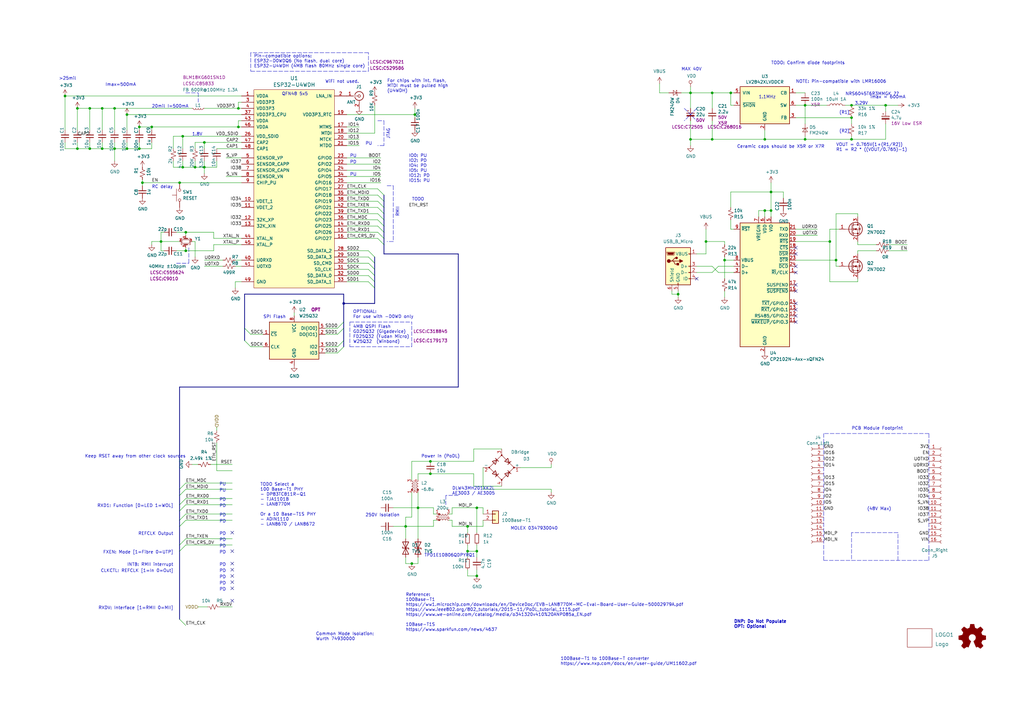
<source format=kicad_sch>
(kicad_sch (version 20211123) (generator eeschema)
  (paper "A3")
  (title_block (title "ESP32 LAN Module (1 Pair Eth / 100Base-T1)") (rev "1") (company "ViscTronics"))
  (lib_symbols
    (symbol "Connector:Conn_01x16_Female" (pin_names (offset 1.016) hide)
      (property "Reference" "J" (at 0 20.32 0))
      (property "Value" "Conn_01x16_Female" (at 0 -22.86 0))
      (symbol "Conn_01x16_Female_1_1"
        (pin passive line (at -5.08 17.78 0) (length 3.81) (name "Pin_1") (number "1"))
        (pin passive line (at -5.08 -5.08 0) (length 3.81) (name "Pin_10") (number "10"))
        (pin passive line (at -5.08 -7.62 0) (length 3.81) (name "Pin_11") (number "11"))
        (pin passive line (at -5.08 -10.16 0) (length 3.81) (name "Pin_12") (number "12"))
        (pin passive line (at -5.08 -12.7 0) (length 3.81) (name "Pin_13") (number "13"))
        (pin passive line (at -5.08 -15.24 0) (length 3.81) (name "Pin_14") (number "14"))
        (pin passive line (at -5.08 -17.78 0) (length 3.81) (name "Pin_15") (number "15"))
        (pin passive line (at -5.08 -20.32 0) (length 3.81) (name "Pin_16") (number "16"))
        (pin passive line (at -5.08 15.24 0) (length 3.81) (name "Pin_2") (number "2"))
        (pin passive line (at -5.08 12.7 0) (length 3.81) (name "Pin_3") (number "3"))
        (pin passive line (at -5.08 10.16 0) (length 3.81) (name "Pin_4") (number "4"))
        (pin passive line (at -5.08 7.62 0) (length 3.81) (name "Pin_5") (number "5"))
        (pin passive line (at -5.08 5.08 0) (length 3.81) (name "Pin_6") (number "6"))
        (pin passive line (at -5.08 2.54 0) (length 3.81) (name "Pin_7") (number "7"))
        (pin passive line (at -5.08 0 0) (length 3.81) (name "Pin_8") (number "8"))
        (pin passive line (at -5.08 -2.54 0) (length 3.81) (name "Pin_9") (number "9"))
      )
    )
    (symbol "Connector:Conn_Coaxial" (pin_names (offset 1.016) hide)
      (property "Reference" "J" (at 0.254 3.048 0))
      (property "Value" "Conn_Coaxial" (at 2.921 0 90))
      (symbol "Conn_Coaxial_1_1"
        (pin passive line (at -5.08 0 0) (length 2.54) (name "In") (number "1"))
        (pin passive line (at 0 -5.08 90) (length 2.54) (name "Ext") (number "2"))
      )
    )
    (symbol "Connector:USB_B_Micro" (pin_names (offset 1.016))
      (property "Reference" "J" (at -5.08 11.43 0))
      (property "Value" "USB_B_Micro" (at -5.08 8.89 0))
      (symbol "USB_B_Micro_1_1"
        (pin power_out line (at 7.62 5.08 180) (length 2.54) (name "VBUS") (number "1"))
        (pin bidirectional line (at 7.62 -2.54 180) (length 2.54) (name "D-") (number "2"))
        (pin bidirectional line (at 7.62 0 180) (length 2.54) (name "D+") (number "3"))
        (pin passive line (at 7.62 -5.08 180) (length 2.54) (name "ID") (number "4"))
        (pin power_out line (at 0 -10.16 90) (length 2.54) (name "GND") (number "5"))
        (pin passive line (at -2.54 -10.16 90) (length 2.54) (name "Shield") (number "6"))
      )
    )
    (symbol "Connector_Generic:Conn_01x02" (pin_names (offset 1.016) hide)
      (property "Reference" "J" (at 0 2.54 0))
      (property "Value" "Conn_01x02" (at 0 -5.08 0))
      (symbol "Conn_01x02_1_1"
        (pin passive line (at -5.08 0 0) (length 3.81) (name "Pin_1") (number "1"))
        (pin passive line (at -5.08 -2.54 0) (length 3.81) (name "Pin_2") (number "2"))
      )
    )
    (symbol "Device:C_Small" (pin_numbers hide) (pin_names (offset 0.254) hide)
      (property "Reference" "C" (at 0.254 1.778 0))
      (property "Value" "C_Small" (at 0.254 -2.032 0))
      (symbol "C_Small_1_1"
        (pin passive line (at 0 2.54 270) (length 2.032) (name "~") (number "1"))
        (pin passive line (at 0 -2.54 90) (length 2.032) (name "~") (number "2"))
      )
    )
    (symbol "Device:D_Bridge_+-AA" (pin_names (offset 0))
      (property "Reference" "D" (at 2.54 6.985 0))
      (property "Value" "D_Bridge_+-AA" (at 2.54 5.08 0))
      (symbol "D_Bridge_+-AA_1_1"
        (pin passive line (at 7.62 0 180) (length 2.54) (name "+") (number "1"))
        (pin passive line (at -7.62 0 0) (length 2.54) (name "-") (number "2"))
        (pin passive line (at 0 7.62 270) (length 2.54) (name "~") (number "3"))
        (pin passive line (at 0 -7.62 90) (length 2.54) (name "~") (number "4"))
      )
    )
    (symbol "Device:D_TVS" (pin_numbers hide) (pin_names (offset 1.016) hide)
      (property "Reference" "D" (at 0 2.54 0))
      (property "Value" "D_TVS" (at 0 -2.54 0))
      (symbol "D_TVS_1_1"
        (pin passive line (at -3.81 0 0) (length 2.54) (name "A1") (number "1"))
        (pin passive line (at 3.81 0 180) (length 2.54) (name "A2") (number "2"))
      )
    )
    (symbol "Device:L_Ferrite_Coupled_Small_1324" (pin_names (offset 0.254) hide)
      (property "Reference" "L" (at 0 3.175 0))
      (property "Value" "L_Ferrite_Coupled_Small_1324" (at 0 -3.175 0))
      (symbol "L_Ferrite_Coupled_Small_1324_1_1"
        (pin passive line (at -2.54 1.27 0) (length 0.508) (name "1") (number "1"))
        (pin passive line (at -2.54 -1.27 0) (length 0.508) (name "2") (number "2"))
        (pin passive line (at 2.54 1.27 180) (length 0.508) (name "3") (number "3"))
        (pin passive line (at 2.54 -1.27 180) (length 0.508) (name "4") (number "4"))
      )
    )
    (symbol "Device:R_Small" (pin_numbers hide) (pin_names (offset 0.254) hide)
      (property "Reference" "R" (at 0.762 0.508 0))
      (property "Value" "R_Small" (at 0.762 -1.016 0))
      (symbol "R_Small_1_1"
        (pin passive line (at 0 2.54 270) (length 0.762) (name "~") (number "1"))
        (pin passive line (at 0 -2.54 90) (length 0.762) (name "~") (number "2"))
      )
    )
    (symbol "EspGateway-rescue:CP_Small-device-EspGateway-rescue" (pin_numbers hide) (pin_names (offset 0.254) hide)
      (property "Reference" "C" (at 0.254 1.778 0))
      (property "Value" "CP_Small-device-EspGateway-rescue" (at 0.254 -2.032 0))
      (symbol "CP_Small-device-EspGateway-rescue_1_1"
        (pin passive line (at 0 2.54 270) (length 1.8542) (name "~") (number "1"))
        (pin passive line (at 0 -2.54 90) (length 1.8542) (name "~") (number "2"))
      )
    )
    (symbol "EspGateway-rescue:C_Small-device-EspGateway-rescue" (pin_numbers hide) (pin_names (offset 0.254) hide)
      (property "Reference" "C" (at 0.254 1.778 0))
      (property "Value" "C_Small-device-EspGateway-rescue" (at 0.254 -2.032 0))
      (symbol "C_Small-device-EspGateway-rescue_1_1"
        (pin passive line (at 0 2.54 270) (length 2.032) (name "~") (number "1"))
        (pin passive line (at 0 -2.54 90) (length 2.032) (name "~") (number "2"))
      )
    )
    (symbol "EspGateway-rescue:Crystal_GND24_Small-device-EspGateway-rescue" (pin_names (offset 1.016) hide)
      (property "Reference" "Y" (at 1.27 4.445 0))
      (property "Value" "Crystal_GND24_Small-device-EspGateway-rescue" (at 1.27 2.54 0))
      (symbol "Crystal_GND24_Small-device-EspGateway-rescue_1_1"
        (pin passive line (at -2.54 0 0) (length 1.27) (name "1") (number "1"))
        (pin passive line (at 0 -2.54 90) (length 0.635) (name "2") (number "2"))
        (pin passive line (at 2.54 0 180) (length 1.27) (name "3") (number "3"))
        (pin passive line (at 0 2.54 270) (length 0.635) (name "4") (number "4"))
      )
    )
    (symbol "EspGateway-rescue:D_Schottky_Small-device-EspGateway-rescue" (pin_numbers hide) (pin_names (offset 0.254) hide)
      (property "Reference" "D" (at -1.27 2.032 0))
      (property "Value" "D_Schottky_Small-device-EspGateway-rescue" (at -7.112 -2.032 0))
      (symbol "D_Schottky_Small-device-EspGateway-rescue_1_1"
        (pin passive line (at -2.54 0 0) (length 1.778) (name "K") (number "1"))
        (pin passive line (at 2.54 0 180) (length 1.778) (name "A") (number "2"))
      )
    )
    (symbol "EspGateway-rescue:L-device-EspGateway-rescue" (pin_numbers hide) (pin_names (offset 1.016) hide)
      (property "Reference" "L" (at -1.27 0 90))
      (property "Value" "L-device-EspGateway-rescue" (at 1.905 0 90))
      (symbol "L-device-EspGateway-rescue_1_1"
        (pin passive line (at 0 3.81 270) (length 1.27) (name "1") (number "1"))
        (pin passive line (at 0 -3.81 90) (length 1.27) (name "2") (number "2"))
      )
    )
    (symbol "EspGateway-rescue:LV2841-visclib-EspGateway-rescue" (pin_names (offset 1.016))
      (property "Reference" "U" (at 0 12.7 0))
      (property "Value" "LV2841-visclib-EspGateway-rescue" (at 0 10.16 0))
      (symbol "LV2841-visclib-EspGateway-rescue_1_1"
        (pin input line (at 12.7 5.08 180) (length 2.54) (name "CB") (number "1"))
        (pin power_in line (at 0 -10.16 90) (length 2.54) (name "GND") (number "2"))
        (pin input line (at 12.7 -5.08 180) (length 2.54) (name "FB") (number "3"))
        (pin input line (at -12.7 0 0) (length 2.54) (name "~{SHDN}") (number "4"))
        (pin power_in line (at -12.7 5.08 0) (length 2.54) (name "VIN") (number "5"))
        (pin output line (at 12.7 0 180) (length 2.54) (name "SW") (number "6"))
      )
    )
    (symbol "EspGateway-rescue:L_Small-device-EspGateway-rescue" (pin_numbers hide) (pin_names (offset 0.254) hide)
      (property "Reference" "L" (at 0.762 1.016 0))
      (property "Value" "L_Small-device-EspGateway-rescue" (at 0.762 -1.016 0))
      (symbol "L_Small-device-EspGateway-rescue_1_1"
        (pin passive line (at 0 2.54 270) (length 0.508) (name "~") (number "1"))
        (pin passive line (at 0 -2.54 90) (length 0.508) (name "~") (number "2"))
      )
    )
    (symbol "EspGateway-rescue:R_Small_US-device-EspGateway-rescue" (pin_numbers hide) (pin_names (offset 0.254) hide)
      (property "Reference" "R" (at 0.762 0.508 0))
      (property "Value" "R_Small_US-device-EspGateway-rescue" (at 0.762 -1.016 0))
      (symbol "R_Small_US-device-EspGateway-rescue_1_1"
        (pin passive line (at 0 2.54 270) (length 1.016) (name "~") (number "1"))
        (pin passive line (at 0 -2.54 90) (length 1.016) (name "~") (number "2"))
      )
    )
    (symbol "EspGateway-rescue:V_IN-visclib-EspGateway-rescue" (power) (pin_names (offset 0))
      (property "Value" "V_IN-visclib-EspGateway-rescue" (at 0 3.81 0))
      (symbol "V_IN-visclib-EspGateway-rescue_1_1"
        (pin power_in line (at 0 0 90) (length 0) hide (name "VDD") (number "1"))
      )
    )
    (symbol "Graphic:Logo_Open_Hardware_Small" (pin_names (offset 1.016)))
    (symbol "Interface_USB:CP2102N-Axx-xQFN24"
      (property "Reference" "U" (at -8.89 26.67 0))
      (property "Value" "CP2102N-Axx-xQFN24" (at 13.97 26.67 0))
      (symbol "CP2102N-Axx-xQFN24_1_1"
        (pin bidirectional line (at 12.7 5.08 180) (length 2.54) (name "~{RI}/CLK") (number "1"))
        (pin no_connect line (at -10.16 -22.86 0) (length 2.54) hide (name "NC") (number "10"))
        (pin bidirectional line (at 12.7 -15.24 180) (length 2.54) (name "~{WAKEUP}/GPIO.3") (number "11"))
        (pin bidirectional line (at 12.7 -12.7 180) (length 2.54) (name "RS485/GPIO.2") (number "12"))
        (pin bidirectional line (at 12.7 -10.16 180) (length 2.54) (name "~{RXT}/GPIO.1") (number "13"))
        (pin bidirectional line (at 12.7 -7.62 180) (length 2.54) (name "~{TXT}/GPIO.0") (number "14"))
        (pin output line (at 12.7 -2.54 180) (length 2.54) (name "~{SUSPEND}") (number "15"))
        (pin no_connect line (at 10.16 -22.86 180) (length 2.54) hide (name "NC") (number "16"))
        (pin output line (at 12.7 0 180) (length 2.54) (name "SUSPEND") (number "17"))
        (pin input line (at 12.7 15.24 180) (length 2.54) (name "~{CTS}") (number "18"))
        (pin output line (at 12.7 17.78 180) (length 2.54) (name "~{RTS}") (number "19"))
        (pin power_in line (at 0 -27.94 90) (length 2.54) (name "GND") (number "2"))
        (pin input line (at 12.7 20.32 180) (length 2.54) (name "RXD") (number "20"))
        (pin output line (at 12.7 22.86 180) (length 2.54) (name "TXD") (number "21"))
        (pin input line (at 12.7 12.7 180) (length 2.54) (name "~{DSR}") (number "22"))
        (pin output line (at 12.7 10.16 180) (length 2.54) (name "~{DTR}") (number "23"))
        (pin input line (at 12.7 7.62 180) (length 2.54) (name "~{DCD}") (number "24"))
        (pin passive line (at 0 -27.94 90) (length 2.54) hide (name "GND") (number "25"))
        (pin bidirectional line (at -12.7 5.08 0) (length 2.54) (name "D+") (number "3"))
        (pin bidirectional line (at -12.7 7.62 0) (length 2.54) (name "D-") (number "4"))
        (pin power_in line (at 2.54 27.94 270) (length 2.54) (name "VIO") (number "5"))
        (pin power_in line (at 0 27.94 270) (length 2.54) (name "VDD") (number "6"))
        (pin power_in line (at -2.54 27.94 270) (length 2.54) (name "VREGIN") (number "7"))
        (pin input line (at -12.7 10.16 0) (length 2.54) (name "VBUS") (number "8"))
        (pin input line (at -12.7 22.86 0) (length 2.54) (name "~{RST}") (number "9"))
      )
    )
    (symbol "Memory_Flash:W25Q32JVSS"
      (property "Reference" "U" (at -8.89 8.89 0))
      (property "Value" "W25Q32JVSS" (at 7.62 8.89 0))
      (symbol "W25Q32JVSS_1_1"
        (pin input line (at -12.7 2.54 0) (length 2.54) (name "~{CS}") (number "1"))
        (pin bidirectional line (at 12.7 2.54 180) (length 2.54) (name "DO(IO1)") (number "2"))
        (pin bidirectional line (at 12.7 -2.54 180) (length 2.54) (name "IO2") (number "3"))
        (pin power_in line (at 0 -10.16 90) (length 2.54) (name "GND") (number "4"))
        (pin bidirectional line (at 12.7 5.08 180) (length 2.54) (name "DI(IO0)") (number "5"))
        (pin input line (at -12.7 -2.54 0) (length 2.54) (name "CLK") (number "6"))
        (pin bidirectional line (at 12.7 -5.08 180) (length 2.54) (name "IO3") (number "7"))
        (pin power_in line (at 0 10.16 270) (length 2.54) (name "VCC") (number "8"))
      )
    )
    (symbol "Switch:SW_Push" (pin_numbers hide) (pin_names (offset 1.016) hide)
      (property "Reference" "SW" (at 1.27 2.54 0))
      (property "Value" "SW_Push" (at 0 -1.524 0))
      (symbol "SW_Push_0_1"
        (pin passive line (at -5.08 0 0) (length 2.54) (name "1") (number "1"))
        (pin passive line (at 5.08 0 180) (length 2.54) (name "2") (number "2"))
      )
    )
    (symbol "Transistor_FET:2N7002" (pin_names hide)
      (property "Reference" "Q" (at 5.08 1.905 0))
      (property "Value" "2N7002" (at 5.08 0 0))
      (symbol "2N7002_1_1"
        (pin input line (at -5.08 0 0) (length 2.54) (name "G") (number "1"))
        (pin passive line (at 2.54 -5.08 90) (length 2.54) (name "S") (number "2"))
        (pin passive line (at 2.54 5.08 270) (length 2.54) (name "D") (number "3"))
      )
    )
    (symbol "Visclib:ESP32-D0WD" (pin_names (offset 1.016))
      (property "Reference" "U1" (at 0 46.6598 0))
      (property "Value" "ESP32-D0WD" (at 0 43.9674 0))
      (property "Part1" "LCSC:C529586" (at 38.1 50.8 0))
      (property "Part2" "LCSC:C967021" (at 38.1 53.34 0))
      (symbol "ESP32-D0WD_1_1"
        (pin power_in line (at -21.59 39.37 0) (length 5.08) (name "VDDA") (number "1"))
        (pin input line (at -21.59 -3.81 0) (length 5.08) (name "VDET_1") (number "10"))
        (pin input line (at -21.59 -6.35 0) (length 5.08) (name "VDET_2") (number "11"))
        (pin bidirectional line (at -21.59 -11.43 0) (length 5.08) (name "32K_XP") (number "12"))
        (pin bidirectional line (at -21.59 -13.97 0) (length 5.08) (name "32K_XIN") (number "13"))
        (pin bidirectional line (at 21.59 -13.97 180) (length 5.08) (name "GPIO25") (number "14"))
        (pin bidirectional line (at 21.59 -16.51 180) (length 5.08) (name "GPIO26") (number "15"))
        (pin bidirectional line (at 21.59 -19.05 180) (length 5.08) (name "GPIO27") (number "16"))
        (pin bidirectional line (at 21.59 26.67 180) (length 5.08) (name "MTMS") (number "17"))
        (pin bidirectional line (at 21.59 24.13 180) (length 5.08) (name "MTDI") (number "18"))
        (pin power_in line (at 21.59 31.75 180) (length 5.08) (name "VDD3P3_RTC") (number "19"))
        (pin input line (at 21.59 39.37 180) (length 5.08) (name "LNA_IN") (number "2"))
        (pin bidirectional line (at 21.59 21.59 180) (length 5.08) (name "MTCK") (number "20"))
        (pin bidirectional line (at 21.59 19.05 180) (length 5.08) (name "MTDO") (number "21"))
        (pin bidirectional line (at 21.59 11.43 180) (length 5.08) (name "GPIO2") (number "22"))
        (pin bidirectional line (at 21.59 13.97 180) (length 5.08) (name "GPIO0") (number "23"))
        (pin bidirectional line (at 21.59 8.89 180) (length 5.08) (name "GPIO4") (number "24"))
        (pin bidirectional line (at 21.59 3.81 180) (length 5.08) (name "GPIO16") (number "25"))
        (pin power_in line (at -21.59 22.86 0) (length 5.08) (name "VDD_SDIO") (number "26"))
        (pin bidirectional line (at 21.59 1.27 180) (length 5.08) (name "GPIO17") (number "27"))
        (pin bidirectional line (at 21.59 -24.13 180) (length 5.08) (name "SD_DATA_2") (number "28"))
        (pin bidirectional line (at 21.59 -26.67 180) (length 5.08) (name "SD_DATA_3") (number "29"))
        (pin power_in line (at -21.59 36.83 0) (length 5.08) (name "VDD3P3") (number "3"))
        (pin bidirectional line (at 21.59 -29.21 180) (length 5.08) (name "SD_CMD") (number "30"))
        (pin bidirectional line (at 21.59 -31.75 180) (length 5.08) (name "SD_CLK") (number "31"))
        (pin bidirectional line (at 21.59 -34.29 180) (length 5.08) (name "SD_DATA_0") (number "32"))
        (pin bidirectional line (at 21.59 -36.83 180) (length 5.08) (name "SD_DATA_1") (number "33"))
        (pin bidirectional line (at 21.59 6.35 180) (length 5.08) (name "GPIO5") (number "34"))
        (pin bidirectional line (at 21.59 -1.27 180) (length 5.08) (name "GPIO18") (number "35"))
        (pin bidirectional line (at 21.59 -11.43 180) (length 5.08) (name "GPIO23") (number "36"))
        (pin power_in line (at -21.59 31.75 0) (length 5.08) (name "VDD3P3_CPU") (number "37"))
        (pin bidirectional line (at 21.59 -3.81 180) (length 5.08) (name "GPIO19") (number "38"))
        (pin bidirectional line (at 21.59 -8.89 180) (length 5.08) (name "GPIO22") (number "39"))
        (pin input line (at -21.59 34.29 0) (length 5.08) (name "VDD3P3") (number "4"))
        (pin bidirectional line (at -21.59 -27.94 0) (length 5.08) (name "U0RXD") (number "40"))
        (pin bidirectional line (at -21.59 -30.48 0) (length 5.08) (name "U0TXD") (number "41"))
        (pin bidirectional line (at 21.59 -6.35 180) (length 5.08) (name "GPIO21") (number "42"))
        (pin power_in line (at -21.59 29.21 0) (length 5.08) (name "VDDA") (number "43"))
        (pin bidirectional line (at -21.59 -19.05 0) (length 5.08) (name "XTAL_N") (number "44"))
        (pin bidirectional line (at -21.59 -21.59 0) (length 5.08) (name "XTAL_P") (number "45"))
        (pin power_in line (at -21.59 26.67 0) (length 5.08) (name "VDDA") (number "46"))
        (pin passive line (at -21.59 20.32 0) (length 5.08) (name "CAP2") (number "47"))
        (pin passive line (at -21.59 17.78 0) (length 5.08) (name "CAP1") (number "48"))
        (pin power_in line (at -21.59 -36.83 0) (length 5.08) (name "GND") (number "49"))
        (pin input line (at -21.59 13.97 0) (length 5.08) (name "SENSOR_VP") (number "5"))
        (pin input line (at -21.59 11.43 0) (length 5.08) (name "SENSOR_CAPP") (number "6"))
        (pin input line (at -21.59 8.89 0) (length 5.08) (name "SENSOR_CAPN") (number "7"))
        (pin input line (at -21.59 6.35 0) (length 5.08) (name "SENSOR_VN") (number "8"))
        (pin input line (at -21.59 3.81 0) (length 5.08) (name "CHIP_PU") (number "9"))
      )
    )
    (symbol "Visclib:Logo" (pin_names (offset 1.016))
      (property "Reference" "LOGO" (at 0 0 0))
      (property "Value" "Logo" (at 0 0 0))
    )
    (symbol "power:+3.3V" (power) (pin_names (offset 0))
      (property "Value" "+3.3V" (at 0 3.556 0))
      (symbol "+3.3V_1_1"
        (pin power_in line (at 0 0 90) (length 0) hide (name "+3V3") (number "1"))
      )
    )
    (symbol "power:GND" (power) (pin_names (offset 0))
      (property "Value" "GND" (at 0 -3.81 0))
      (symbol "GND_1_1"
        (pin power_in line (at 0 0 270) (length 0) hide (name "GND") (number "1"))
      )
    )
    (symbol "power:VBUS" (power) (pin_names (offset 0))
      (property "Value" "VBUS" (at 0 3.81 0))
      (symbol "VBUS_1_1"
        (pin power_in line (at 0 0 90) (length 0) hide (name "VBUS") (number "1"))
      )
    )
  )
  (junction (at 140.97 124.46))
  (junction (at 46.99 60.96))
  (junction (at 166.37 215.9))
  (junction (at 349.25 48.26))
  (junction (at 363.22 43.18))
  (junction (at 57.15 52.07))
  (junction (at 195.58 226.06))
  (junction (at 31.75 44.45))
  (junction (at 316.23 86.36))
  (junction (at 97.79 52.07))
  (junction (at 62.23 52.07))
  (junction (at 330.2 57.15))
  (junction (at 283.21 57.15))
  (junction (at 340.36 99.06))
  (junction (at 191.77 226.06))
  (junction (at 52.07 60.96))
  (junction (at 195.58 236.22))
  (junction (at 52.07 46.99))
  (junction (at 46.99 44.45))
  (junction (at 80.01 68.58))
  (junction (at 83.82 68.58))
  (junction (at 191.77 215.9))
  (junction (at 313.69 86.36))
  (junction (at 349.25 57.15))
  (junction (at 292.1 57.15))
  (junction (at 66.04 99.06))
  (junction (at 41.91 44.45))
  (junction (at 176.53 194.31))
  (junction (at 292.1 38.1))
  (junction (at 176.53 189.23))
  (junction (at 168.91 231.14))
  (junction (at 170.18 46.99))
  (junction (at 74.93 55.88))
  (junction (at 36.83 44.45))
  (junction (at 31.75 60.96))
  (junction (at 195.58 208.28))
  (junction (at 26.67 39.37))
  (junction (at 316.23 78.74))
  (junction (at 349.25 43.18))
  (junction (at 74.93 68.58))
  (junction (at 83.82 58.42))
  (junction (at 297.18 106.68))
  (junction (at 278.13 120.65))
  (junction (at 41.91 60.96))
  (junction (at 97.79 44.45))
  (junction (at 342.9 106.68))
  (junction (at 313.69 57.15))
  (junction (at 58.42 74.93))
  (junction (at 76.2 102.87))
  (junction (at 73.66 74.93))
  (junction (at 330.2 43.18))
  (junction (at 299.72 38.1))
  (junction (at 76.2 95.25))
  (junction (at 289.56 99.06))
  (junction (at 36.83 60.96))
  (junction (at 171.45 208.28))
  (junction (at 283.21 38.1))
  (junction (at 57.15 60.96))
  (no_connect (at 95.25 233.68))
  (no_connect (at 95.25 241.3))
  (no_connect (at 326.39 119.38))
  (no_connect (at 326.39 116.84))
  (no_connect (at 326.39 127))
  (no_connect (at 326.39 124.46))
  (no_connect (at 326.39 132.08))
  (no_connect (at 326.39 129.54))
  (no_connect (at 95.25 238.76))
  (no_connect (at 95.25 231.14))
  (no_connect (at 326.39 104.14))
  (no_connect (at 326.39 109.22))
  (no_connect (at 326.39 111.76))
  (no_connect (at 326.39 101.6))
  (no_connect (at 95.25 226.06))
  (no_connect (at 95.25 236.22))
  (no_connect (at 95.25 218.44))
  (no_connect (at 95.25 246.38))
  (no_connect (at 285.75 114.3))
  (bus_entry (at 151.13 115.57) (size 2.54 2.54))
  (bus_entry (at 151.13 113.03) (size 2.54 2.54))
  (bus_entry (at 151.13 102.87) (size 2.54 2.54))
  (bus_entry (at 151.13 105.41) (size 2.54 2.54))
  (bus_entry (at 151.13 107.95) (size 2.54 2.54))
  (bus_entry (at 151.13 110.49) (size 2.54 2.54))
  (bus_entry (at 73.66 226.06) (size 2.54 -2.54))
  (bus_entry (at 154.94 97.79) (size 2.54 2.54))
  (bus_entry (at 73.66 209.55) (size 2.54 -2.54))
  (bus_entry (at 73.66 215.9) (size 2.54 -2.54))
  (bus_entry (at 73.66 213.36) (size 2.54 -2.54))
  (bus_entry (at 73.66 207.01) (size 2.54 -2.54))
  (bus_entry (at 154.94 77.47) (size 2.54 2.54))
  (bus_entry (at 138.43 142.24) (size 2.54 -2.54))
  (bus_entry (at 138.43 144.78) (size 2.54 -2.54))
  (bus_entry (at 138.43 137.16) (size 2.54 -2.54))
  (bus_entry (at 138.43 134.62) (size 2.54 -2.54))
  (bus_entry (at 102.87 142.24) (size -2.54 -2.54))
  (bus_entry (at 102.87 137.16) (size -2.54 -2.54))
  (bus_entry (at 154.94 95.25) (size 2.54 2.54))
  (bus_entry (at 154.94 90.17) (size 2.54 2.54))
  (bus_entry (at 154.94 92.71) (size 2.54 2.54))
  (bus_entry (at 154.94 85.09) (size 2.54 2.54))
  (bus_entry (at 73.66 200.66) (size 2.54 -2.54))
  (bus_entry (at 73.66 223.52) (size 2.54 -2.54))
  (bus_entry (at 154.94 82.55) (size 2.54 2.54))
  (bus_entry (at 154.94 80.01) (size 2.54 2.54))
  (bus_entry (at 154.94 87.63) (size 2.54 2.54))
  (bus_entry (at 73.66 254) (size 2.54 2.54))
  (bus_entry (at 73.66 203.2) (size 2.54 -2.54))
  (wire (pts (xy 154.94 95.25) (xy 142.24 95.25)))
  (polyline (pts (xy 368.3 218.44) (xy 349.25 218.44)))
  (wire (pts (xy 285.75 104.14) (xy 289.56 104.14)))
  (wire (pts (xy 168.91 189.23) (xy 168.91 196.85)))
  (wire (pts (xy 292.1 38.1) (xy 283.21 38.1)))
  (wire (pts (xy 95.25 210.82) (xy 76.2 210.82)))
  (wire (pts (xy 292.1 109.22) (xy 294.64 111.76)))
  (polyline (pts (xy 102.87 29.21) (xy 151.13 29.21)))
  (wire (pts (xy 285.75 109.22) (xy 292.1 109.22)))
  (bus (pts (xy 157.48 95.25) (xy 157.48 97.79)))
  (wire (pts (xy 78.74 190.5) (xy 81.28 190.5)))
  (wire (pts (xy 283.21 49.53) (xy 283.21 57.15)))
  (wire (pts (xy 226.06 191.77) (xy 226.06 190.5)))
  (wire (pts (xy 88.9 181.61) (xy 88.9 193.04)))
  (wire (pts (xy 185.42 213.36) (xy 185.42 215.9)))
  (wire (pts (xy 195.58 226.06) (xy 195.58 228.6)))
  (wire (pts (xy 73.66 74.93) (xy 58.42 74.93)))
  (wire (pts (xy 185.42 210.82) (xy 185.42 208.28)))
  (wire (pts (xy 171.45 201.93) (xy 171.45 208.28)))
  (wire (pts (xy 83.82 68.58) (xy 80.01 68.58)))
  (wire (pts (xy 292.1 49.53) (xy 292.1 57.15)))
  (wire (pts (xy 198.12 191.77) (xy 198.12 200.66)))
  (wire (pts (xy 133.35 134.62) (xy 138.43 134.62)))
  (wire (pts (xy 62.23 60.96) (xy 62.23 58.42)))
  (wire (pts (xy 166.37 212.09) (xy 166.37 215.9)))
  (wire (pts (xy 57.15 52.07) (xy 62.23 52.07)))
  (wire (pts (xy 142.24 69.85) (xy 156.21 69.85)))
  (wire (pts (xy 191.77 233.68) (xy 191.77 236.22)))
  (wire (pts (xy 275.59 120.65) (xy 278.13 120.65)))
  (wire (pts (xy 26.67 58.42) (xy 26.67 60.96)))
  (wire (pts (xy 171.45 208.28) (xy 171.45 220.98)))
  (wire (pts (xy 31.75 60.96) (xy 36.83 60.96)))
  (wire (pts (xy 142.24 57.15) (xy 147.32 57.15)))
  (bus (pts (xy 73.66 200.66) (xy 73.66 203.2)))
  (wire (pts (xy 88.9 175.26) (xy 88.9 176.53)))
  (wire (pts (xy 326.39 96.52) (xy 335.28 96.52)))
  (bus (pts (xy 157.48 92.71) (xy 157.48 95.25)))
  (wire (pts (xy 285.75 111.76) (xy 292.1 111.76)))
  (wire (pts (xy 74.93 55.88) (xy 99.06 55.88)))
  (wire (pts (xy 71.12 68.58) (xy 74.93 68.58)))
  (wire (pts (xy 179.07 210.82) (xy 177.8 210.82)))
  (wire (pts (xy 57.15 53.34) (xy 57.15 52.07)))
  (wire (pts (xy 195.58 208.28) (xy 198.12 208.28)))
  (polyline (pts (xy 349.25 218.44) (xy 349.25 229.87)))
  (wire (pts (xy 195.58 208.28) (xy 195.58 218.44)))
  (bus (pts (xy 140.97 134.62) (xy 140.97 139.7)))
  (wire (pts (xy 177.8 213.36) (xy 177.8 215.9)))
  (polyline (pts (xy 154.94 49.53) (xy 157.48 49.53)))
  (wire (pts (xy 31.75 58.42) (xy 31.75 60.96)))
  (wire (pts (xy 102.87 137.16) (xy 107.95 137.16)))
  (wire (pts (xy 26.67 39.37) (xy 99.06 39.37)))
  (wire (pts (xy 349.25 55.88) (xy 349.25 57.15)))
  (wire (pts (xy 76.2 95.25) (xy 87.63 95.25)))
  (wire (pts (xy 294.64 111.76) (xy 300.99 111.76)))
  (wire (pts (xy 52.07 60.96) (xy 57.15 60.96)))
  (wire (pts (xy 364.49 102.87) (xy 372.11 102.87)))
  (wire (pts (xy 76.2 102.87) (xy 72.39 102.87)))
  (wire (pts (xy 80.01 66.04) (xy 80.01 68.58)))
  (polyline (pts (xy 72.39 107.95) (xy 77.47 107.95)))
  (wire (pts (xy 185.42 208.28) (xy 195.58 208.28)))
  (wire (pts (xy 330.2 55.88) (xy 330.2 57.15)))
  (wire (pts (xy 168.91 201.93) (xy 168.91 212.09)))
  (wire (pts (xy 198.12 213.36) (xy 198.12 215.9)))
  (wire (pts (xy 342.9 106.68) (xy 342.9 109.22)))
  (wire (pts (xy 283.21 38.1) (xy 283.21 44.45)))
  (wire (pts (xy 184.15 210.82) (xy 185.42 210.82)))
  (wire (pts (xy 76.2 198.12) (xy 95.25 198.12)))
  (wire (pts (xy 226.06 200.66) (xy 226.06 201.93)))
  (wire (pts (xy 76.2 101.6) (xy 76.2 102.87)))
  (wire (pts (xy 95.25 207.01) (xy 76.2 207.01)))
  (wire (pts (xy 326.39 48.26) (xy 349.25 48.26)))
  (polyline (pts (xy 161.29 99.06) (xy 158.75 99.06)))
  (wire (pts (xy 142.24 107.95) (xy 151.13 107.95)))
  (bus (pts (xy 153.67 113.03) (xy 153.67 115.57)))
  (wire (pts (xy 62.23 100.33) (xy 62.23 99.06)))
  (wire (pts (xy 97.79 41.91) (xy 97.79 44.45)))
  (bus (pts (xy 153.67 118.11) (xy 153.67 124.46)))
  (wire (pts (xy 46.99 44.45) (xy 46.99 53.34)))
  (wire (pts (xy 176.53 189.23) (xy 194.31 189.23)))
  (wire (pts (xy 294.64 109.22) (xy 300.99 109.22)))
  (wire (pts (xy 41.91 58.42) (xy 41.91 60.96)))
  (wire (pts (xy 368.3 43.18) (xy 363.22 43.18)))
  (polyline (pts (xy 143.51 142.24) (xy 168.91 142.24)))
  (wire (pts (xy 330.2 57.15) (xy 349.25 57.15)))
  (wire (pts (xy 176.53 189.23) (xy 168.91 189.23)))
  (wire (pts (xy 161.29 208.28) (xy 171.45 208.28)))
  (wire (pts (xy 58.42 74.93) (xy 58.42 73.66)))
  (wire (pts (xy 96.52 106.68) (xy 99.06 106.68)))
  (polyline (pts (xy 161.29 76.2) (xy 161.29 99.06)))
  (wire (pts (xy 72.39 95.25) (xy 76.2 95.25)))
  (wire (pts (xy 57.15 58.42) (xy 57.15 60.96)))
  (wire (pts (xy 142.24 102.87) (xy 151.13 102.87)))
  (wire (pts (xy 142.24 72.39) (xy 156.21 72.39)))
  (bus (pts (xy 157.48 85.09) (xy 157.48 87.63)))
  (polyline (pts (xy 368.3 229.87) (xy 368.3 218.44)))
  (wire (pts (xy 154.94 85.09) (xy 142.24 85.09)))
  (wire (pts (xy 168.91 212.09) (xy 166.37 212.09)))
  (wire (pts (xy 76.2 204.47) (xy 95.25 204.47)))
  (wire (pts (xy 330.2 43.18) (xy 339.09 43.18)))
  (wire (pts (xy 330.2 38.1) (xy 326.39 38.1)))
  (wire (pts (xy 275.59 119.38) (xy 275.59 120.65)))
  (wire (pts (xy 191.77 226.06) (xy 191.77 228.6)))
  (wire (pts (xy 62.23 99.06) (xy 66.04 99.06)))
  (wire (pts (xy 96.52 118.11) (xy 96.52 115.57)))
  (bus (pts (xy 73.66 200.66) (xy 73.66 158.75)))
  (wire (pts (xy 71.12 66.04) (xy 71.12 68.58)))
  (wire (pts (xy 66.04 99.06) (xy 66.04 95.25)))
  (wire (pts (xy 80.01 99.06) (xy 78.74 99.06)))
  (wire (pts (xy 36.83 44.45) (xy 41.91 44.45)))
  (wire (pts (xy 67.31 102.87) (xy 66.04 102.87)))
  (wire (pts (xy 340.36 99.06) (xy 340.36 93.98)))
  (wire (pts (xy 92.71 72.39) (xy 99.06 72.39)))
  (wire (pts (xy 299.72 43.18) (xy 299.72 38.1)))
  (wire (pts (xy 194.31 199.39) (xy 194.31 194.31)))
  (bus (pts (xy 100.33 120.65) (xy 140.97 120.65)))
  (wire (pts (xy 87.63 95.25) (xy 87.63 97.79)))
  (bus (pts (xy 153.67 107.95) (xy 153.67 110.49)))
  (wire (pts (xy 340.36 93.98) (xy 344.17 93.98)))
  (wire (pts (xy 313.69 86.36) (xy 316.23 86.36)))
  (polyline (pts (xy 187.96 203.2) (xy 182.88 203.2)))
  (wire (pts (xy 92.71 64.77) (xy 99.06 64.77)))
  (wire (pts (xy 299.72 43.18) (xy 300.99 43.18)))
  (polyline (pts (xy 381 229.87) (xy 381 177.8)))
  (wire (pts (xy 66.04 102.87) (xy 66.04 99.06)))
  (wire (pts (xy 99.06 100.33) (xy 87.63 100.33)))
  (bus (pts (xy 157.48 90.17) (xy 157.48 92.71)))
  (wire (pts (xy 87.63 102.87) (xy 76.2 102.87)))
  (wire (pts (xy 289.56 93.98) (xy 289.56 99.06)))
  (polyline (pts (xy 157.48 49.53) (xy 157.48 59.69)))
  (wire (pts (xy 195.58 226.06) (xy 191.77 226.06)))
  (wire (pts (xy 74.93 55.88) (xy 74.93 60.96)))
  (polyline (pts (xy 182.88 203.2) (xy 182.88 207.01)))
  (wire (pts (xy 71.12 60.96) (xy 71.12 55.88)))
  (wire (pts (xy 168.91 231.14) (xy 171.45 231.14)))
  (wire (pts (xy 36.83 58.42) (xy 36.83 60.96)))
  (wire (pts (xy 142.24 115.57) (xy 151.13 115.57)))
  (wire (pts (xy 184.15 213.36) (xy 185.42 213.36)))
  (wire (pts (xy 289.56 99.06) (xy 297.18 99.06)))
  (wire (pts (xy 83.82 44.45) (xy 97.79 44.45)))
  (wire (pts (xy 194.31 189.23) (xy 194.31 184.15)))
  (wire (pts (xy 99.06 74.93) (xy 73.66 74.93)))
  (wire (pts (xy 278.13 119.38) (xy 278.13 120.65)))
  (wire (pts (xy 95.25 200.66) (xy 76.2 200.66)))
  (bus (pts (xy 157.48 82.55) (xy 157.48 85.09)))
  (bus (pts (xy 73.66 223.52) (xy 73.66 226.06)))
  (wire (pts (xy 91.44 109.22) (xy 83.82 109.22)))
  (wire (pts (xy 36.83 60.96) (xy 41.91 60.96)))
  (wire (pts (xy 297.18 99.06) (xy 297.18 100.33)))
  (wire (pts (xy 74.93 68.58) (xy 74.93 66.04)))
  (wire (pts (xy 86.36 190.5) (xy 95.25 190.5)))
  (bus (pts (xy 73.66 215.9) (xy 73.66 223.52)))
  (wire (pts (xy 142.24 64.77) (xy 156.21 64.77)))
  (wire (pts (xy 346.71 43.18) (xy 349.25 43.18)))
  (wire (pts (xy 97.79 52.07) (xy 97.79 49.53)))
  (wire (pts (xy 171.45 196.85) (xy 171.45 194.31)))
  (wire (pts (xy 41.91 53.34) (xy 41.91 44.45)))
  (wire (pts (xy 363.22 50.8) (xy 363.22 57.15)))
  (polyline (pts (xy 168.91 142.24) (xy 168.91 132.08)))
  (wire (pts (xy 351.79 87.63) (xy 342.9 87.63)))
  (wire (pts (xy 170.18 44.45) (xy 170.18 46.99)))
  (wire (pts (xy 46.99 60.96) (xy 52.07 60.96)))
  (wire (pts (xy 313.69 57.15) (xy 313.69 53.34)))
  (wire (pts (xy 292.1 44.45) (xy 292.1 38.1)))
  (wire (pts (xy 26.67 53.34) (xy 26.67 39.37)))
  (bus (pts (xy 100.33 120.65) (xy 100.33 134.62)))
  (wire (pts (xy 185.42 215.9) (xy 191.77 215.9)))
  (wire (pts (xy 153.67 54.61) (xy 142.24 54.61)))
  (wire (pts (xy 83.82 106.68) (xy 91.44 106.68)))
  (wire (pts (xy 351.79 99.06) (xy 351.79 100.33)))
  (wire (pts (xy 279.4 38.1) (xy 283.21 38.1)))
  (wire (pts (xy 342.9 109.22) (xy 344.17 109.22)))
  (wire (pts (xy 52.07 53.34) (xy 52.07 46.99)))
  (wire (pts (xy 120.65 128.27) (xy 120.65 129.54)))
  (wire (pts (xy 349.25 48.26) (xy 349.25 50.8)))
  (bus (pts (xy 140.97 132.08) (xy 140.97 134.62)))
  (wire (pts (xy 142.24 97.79) (xy 154.94 97.79)))
  (wire (pts (xy 26.67 60.96) (xy 31.75 60.96)))
  (wire (pts (xy 88.9 60.96) (xy 99.06 60.96)))
  (wire (pts (xy 179.07 213.36) (xy 177.8 213.36)))
  (bus (pts (xy 73.66 209.55) (xy 73.66 213.36)))
  (wire (pts (xy 170.18 48.26) (xy 170.18 46.99)))
  (wire (pts (xy 351.79 104.14) (xy 351.79 102.87)))
  (wire (pts (xy 205.74 199.39) (xy 194.31 199.39)))
  (bus (pts (xy 73.66 213.36) (xy 73.66 215.9)))
  (wire (pts (xy 142.24 52.07) (xy 147.32 52.07)))
  (wire (pts (xy 62.23 52.07) (xy 97.79 52.07)))
  (polyline (pts (xy 285.75 44.45) (xy 280.67 49.53)))
  (wire (pts (xy 142.24 46.99) (xy 170.18 46.99)))
  (wire (pts (xy 142.24 77.47) (xy 154.94 77.47)))
  (wire (pts (xy 166.37 215.9) (xy 166.37 220.98)))
  (wire (pts (xy 326.39 106.68) (xy 342.9 106.68)))
  (wire (pts (xy 297.18 114.3) (xy 297.18 106.68)))
  (wire (pts (xy 154.94 90.17) (xy 142.24 90.17)))
  (wire (pts (xy 177.8 210.82) (xy 177.8 208.28)))
  (wire (pts (xy 195.58 236.22) (xy 195.58 233.68)))
  (wire (pts (xy 161.29 215.9) (xy 166.37 215.9)))
  (wire (pts (xy 326.39 43.18) (xy 330.2 43.18)))
  (wire (pts (xy 133.35 142.24) (xy 138.43 142.24)))
  (bus (pts (xy 73.66 158.75) (xy 187.96 158.75)))
  (bus (pts (xy 140.97 139.7) (xy 140.97 142.24)))
  (wire (pts (xy 81.28 248.92) (xy 85.09 248.92)))
  (polyline (pts (xy 77.47 101.6) (xy 77.47 107.95)))
  (wire (pts (xy 88.9 66.04) (xy 88.9 68.58)))
  (wire (pts (xy 342.9 87.63) (xy 342.9 106.68)))
  (wire (pts (xy 142.24 113.03) (xy 151.13 113.03)))
  (wire (pts (xy 142.24 59.69) (xy 147.32 59.69)))
  (wire (pts (xy 289.56 104.14) (xy 289.56 99.06)))
  (bus (pts (xy 157.48 87.63) (xy 157.48 90.17)))
  (polyline (pts (xy 151.13 21.59) (xy 102.87 21.59)))
  (wire (pts (xy 36.83 53.34) (xy 36.83 44.45)))
  (wire (pts (xy 313.69 88.9) (xy 313.69 86.36)))
  (wire (pts (xy 80.01 105.41) (xy 80.01 99.06)))
  (wire (pts (xy 87.63 100.33) (xy 87.63 102.87)))
  (wire (pts (xy 351.79 114.3) (xy 351.79 115.57)))
  (wire (pts (xy 191.77 215.9) (xy 198.12 215.9)))
  (wire (pts (xy 198.12 208.28) (xy 198.12 210.82)))
  (wire (pts (xy 321.31 81.28) (xy 321.31 78.74)))
  (wire (pts (xy 73.66 99.06) (xy 66.04 99.06)))
  (wire (pts (xy 171.45 208.28) (xy 177.8 208.28)))
  (wire (pts (xy 194.31 184.15) (xy 205.74 184.15)))
  (wire (pts (xy 31.75 53.34) (xy 31.75 44.45)))
  (polyline (pts (xy 157.48 59.69) (xy 154.94 59.69)))
  (polyline (pts (xy 76.2 38.1) (xy 81.28 38.1)))
  (wire (pts (xy 176.53 194.31) (xy 194.31 194.31)))
  (bus (pts (xy 100.33 134.62) (xy 100.33 139.7)))
  (polyline (pts (xy 381 177.8) (xy 337.82 177.8)))
  (bus (pts (xy 157.48 80.01) (xy 157.48 82.55)))
  (wire (pts (xy 52.07 58.42) (xy 52.07 60.96)))
  (wire (pts (xy 95.25 220.98) (xy 76.2 220.98)))
  (bus (pts (xy 73.66 207.01) (xy 73.66 209.55)))
  (wire (pts (xy 88.9 193.04) (xy 95.25 193.04)))
  (wire (pts (xy 142.24 110.49) (xy 151.13 110.49)))
  (bus (pts (xy 73.66 226.06) (xy 73.66 254)))
  (polyline (pts (xy 280.67 44.45) (xy 285.75 49.53)))
  (wire (pts (xy 351.79 88.9) (xy 351.79 87.63)))
  (wire (pts (xy 142.24 92.71) (xy 154.94 92.71)))
  (wire (pts (xy 87.63 97.79) (xy 99.06 97.79)))
  (wire (pts (xy 83.82 58.42) (xy 83.82 60.96)))
  (polyline (pts (xy 143.51 132.08) (xy 168.91 132.08)))
  (wire (pts (xy 299.72 78.74) (xy 316.23 78.74)))
  (wire (pts (xy 283.21 38.1) (xy 283.21 35.56)))
  (wire (pts (xy 283.21 57.15) (xy 292.1 57.15)))
  (wire (pts (xy 316.23 78.74) (xy 316.23 86.36)))
  (bus (pts (xy 187.96 158.75) (xy 187.96 104.14)))
  (wire (pts (xy 195.58 223.52) (xy 195.58 226.06)))
  (wire (pts (xy 191.77 215.9) (xy 191.77 218.44)))
  (wire (pts (xy 274.32 38.1) (xy 270.51 38.1)))
  (wire (pts (xy 166.37 228.6) (xy 166.37 231.14)))
  (wire (pts (xy 142.24 74.93) (xy 156.21 74.93)))
  (wire (pts (xy 99.06 52.07) (xy 97.79 52.07)))
  (wire (pts (xy 321.31 78.74) (xy 316.23 78.74)))
  (wire (pts (xy 57.15 60.96) (xy 62.23 60.96)))
  (wire (pts (xy 191.77 223.52) (xy 191.77 226.06)))
  (polyline (pts (xy 81.28 38.1) (xy 81.28 41.91)))
  (polyline (pts (xy 151.13 29.21) (xy 151.13 21.59)))
  (wire (pts (xy 96.52 109.22) (xy 99.06 109.22)))
  (wire (pts (xy 76.2 223.52) (xy 95.25 223.52)))
  (wire (pts (xy 52.07 46.99) (xy 99.06 46.99)))
  (polyline (pts (xy 143.51 132.08) (xy 143.51 142.24)))
  (wire (pts (xy 97.79 44.45) (xy 99.06 44.45)))
  (bus (pts (xy 153.67 105.41) (xy 153.67 107.95)))
  (wire (pts (xy 364.49 100.33) (xy 372.11 100.33)))
  (wire (pts (xy 71.12 55.88) (xy 74.93 55.88)))
  (wire (pts (xy 191.77 236.22) (xy 195.58 236.22)))
  (wire (pts (xy 76.2 95.25) (xy 76.2 96.52)))
  (wire (pts (xy 171.45 231.14) (xy 171.45 228.6)))
  (wire (pts (xy 80.01 58.42) (xy 83.82 58.42)))
  (wire (pts (xy 166.37 215.9) (xy 177.8 215.9)))
  (wire (pts (xy 80.01 68.58) (xy 74.93 68.58)))
  (wire (pts (xy 102.87 142.24) (xy 107.95 142.24)))
  (wire (pts (xy 83.82 71.12) (xy 83.82 68.58)))
  (wire (pts (xy 351.79 100.33) (xy 359.41 100.33)))
  (wire (pts (xy 66.04 95.25) (xy 67.31 95.25)))
  (wire (pts (xy 142.24 87.63) (xy 154.94 87.63)))
  (bus (pts (xy 140.97 124.46) (xy 140.97 132.08)))
  (wire (pts (xy 166.37 231.14) (xy 168.91 231.14)))
  (wire (pts (xy 299.72 38.1) (xy 300.99 38.1)))
  (wire (pts (xy 270.51 34.29) (xy 270.51 38.1)))
  (polyline (pts (xy 337.82 177.8) (xy 337.82 229.87)))
  (wire (pts (xy 311.15 86.36) (xy 313.69 86.36)))
  (bus (pts (xy 157.48 100.33) (xy 157.48 104.14)))
  (wire (pts (xy 76.2 213.36) (xy 95.25 213.36)))
  (wire (pts (xy 363.22 45.72) (xy 363.22 43.18)))
  (wire (pts (xy 41.91 44.45) (xy 46.99 44.45)))
  (wire (pts (xy 297.18 119.38) (xy 297.18 121.92)))
  (wire (pts (xy 326.39 93.98) (xy 335.28 93.98)))
  (wire (pts (xy 78.74 44.45) (xy 46.99 44.45)))
  (wire (pts (xy 311.15 86.36) (xy 311.15 88.9)))
  (wire (pts (xy 46.99 66.04) (xy 46.99 60.96)))
  (wire (pts (xy 133.35 137.16) (xy 138.43 137.16)))
  (wire (pts (xy 299.72 93.98) (xy 300.99 93.98)))
  (bus (pts (xy 153.67 115.57) (xy 153.67 118.11)))
  (wire (pts (xy 330.2 57.15) (xy 313.69 57.15)))
  (wire (pts (xy 58.42 76.2) (xy 58.42 74.93)))
  (wire (pts (xy 213.36 191.77) (xy 226.06 191.77)))
  (wire (pts (xy 283.21 59.69) (xy 283.21 57.15)))
  (wire (pts (xy 340.36 99.06) (xy 340.36 115.57)))
  (wire (pts (xy 278.13 120.65) (xy 278.13 121.92)))
  (bus (pts (xy 140.97 120.65) (xy 140.97 124.46)))
  (bus (pts (xy 153.67 110.49) (xy 153.67 113.03)))
  (wire (pts (xy 351.79 102.87) (xy 359.41 102.87)))
  (wire (pts (xy 292.1 38.1) (xy 299.72 38.1)))
  (bus (pts (xy 153.67 124.46) (xy 140.97 124.46)))
  (wire (pts (xy 133.35 144.78) (xy 138.43 144.78)))
  (wire (pts (xy 292.1 111.76) (xy 294.64 109.22)))
  (wire (pts (xy 97.79 49.53) (xy 99.06 49.53)))
  (wire (pts (xy 142.24 67.31) (xy 156.21 67.31)))
  (wire (pts (xy 349.25 43.18) (xy 363.22 43.18)))
  (wire (pts (xy 316.23 86.36) (xy 316.23 88.9)))
  (wire (pts (xy 62.23 53.34) (xy 62.23 52.07)))
  (wire (pts (xy 292.1 57.15) (xy 313.69 57.15)))
  (wire (pts (xy 142.24 105.41) (xy 151.13 105.41)))
  (wire (pts (xy 96.52 115.57) (xy 99.06 115.57)))
  (polyline (pts (xy 158.75 76.2) (xy 161.29 76.2)))
  (wire (pts (xy 142.24 82.55) (xy 154.94 82.55)))
  (wire (pts (xy 31.75 44.45) (xy 36.83 44.45)))
  (wire (pts (xy 90.17 248.92) (xy 95.25 248.92)))
  (wire (pts (xy 171.45 194.31) (xy 176.53 194.31)))
  (wire (pts (xy 351.79 115.57) (xy 340.36 115.57)))
  (wire (pts (xy 153.67 43.18) (xy 153.67 54.61)))
  (wire (pts (xy 88.9 68.58) (xy 83.82 68.58)))
  (wire (pts (xy 299.72 85.09) (xy 299.72 78.74)))
  (polyline (pts (xy 337.82 229.87) (xy 381 229.87)))
  (wire (pts (xy 154.94 80.01) (xy 142.24 80.01)))
  (wire (pts (xy 316.23 74.93) (xy 316.23 78.74)))
  (bus (pts (xy 187.96 104.14) (xy 157.48 104.14)))
  (wire (pts (xy 349.25 57.15) (xy 363.22 57.15)))
  (wire (pts (xy 326.39 99.06) (xy 340.36 99.06)))
  (wire (pts (xy 83.82 68.58) (xy 83.82 66.04)))
  (wire (pts (xy 198.12 200.66) (xy 226.06 200.66)))
  (wire (pts (xy 99.06 41.91) (xy 97.79 41.91)))
  (wire (pts (xy 99.06 58.42) (xy 83.82 58.42)))
  (wire (pts (xy 330.2 50.8) (xy 330.2 43.18)))
  (polyline (pts (xy 102.87 21.59) (xy 102.87 29.21)))
  (wire (pts (xy 41.91 60.96) (xy 46.99 60.96)))
  (bus (pts (xy 157.48 97.79) (xy 157.48 100.33)))
  (wire (pts (xy 297.18 106.68) (xy 300.99 106.68)))
  (wire (pts (xy 80.01 60.96) (xy 80.01 58.42)))
  (bus (pts (xy 73.66 203.2) (xy 73.66 207.01)))
  (wire (pts (xy 46.99 58.42) (xy 46.99 60.96)))
  (wire (pts (xy 299.72 90.17) (xy 299.72 93.98)))
  (wire (pts (xy 297.18 105.41) (xy 297.18 106.68)))
  (text "1.8V" (at 78.74 55.88 0) (effects (font (size 1.27 1.27)) (justify left bottom)))
  (text "IO0: PU\nIO2: PD\nIO4: PD\nIO5: PU\nIO12: PD\nIO15: PU" (at 167.64 74.93 0) (effects (font (size 1.27 1.27)) (justify left bottom)))
  (text "QFN48 5x5" (at 115.57 39.37 0) (effects (font (size 1.27 1.27)) (justify left bottom)))
  (text "TPD1E10B06QDPYRQ1" (at 173.99 228.6 0) (effects (font (size 1.27 1.27)) (justify left bottom)))
  (text "PU" (at 143.51 64.77 0) (effects (font (size 1.27 1.27)) (justify left bottom)))
  (text "100Base-T1 to 100Base-T converter\nhttps://www.nxp.com/docs/en/user-guide/UM11602.pdf" (at 229.87 273.05 0) (effects (font (size 1.27 1.27)) (justify left bottom)))
  (text "1.1MHz" (at 311.15 40.64 0) (effects (font (size 1.27 1.27)) (justify left bottom)))
  (text "PU" (at 92.71 201.93 180) (effects (font (size 1.27 1.27)) (justify right bottom)))
  (text "PD" (at 92.71 237.49 180) (effects (font (size 1.27 1.27)) (justify right bottom)))
  (text "Keep RSET away from other clock sources" (at 76.2 187.96 180) (effects (font (size 1.27 1.27)) (justify right bottom)))
  (text "PD" (at 92.71 227.33 180) (effects (font (size 1.27 1.27)) (justify right bottom)))
  (text "PD" (at 92.71 219.71 180) (effects (font (size 1.27 1.27)) (justify right bottom)))
  (text "I=500mA" (at 68.58 44.45 0) (effects (font (size 1.27 1.27)) (justify left bottom)))
  (text "OPTIONAL:\nFor use with -D0WD only\n\n4MB QSPI Flash\nGD25Q32 (Gigadevice)\nFD25Q32 (Fudan Micro)\nW25Q32  (Winbond)" (at 144.78 140.97 0) (effects (font (size 1.27 1.27)) (justify left bottom)))
  (text "PD" (at 143.51 67.31 0) (effects (font (size 1.27 1.27)) (justify left bottom)))
  (text "PD" (at 92.71 234.95 180) (effects (font (size 1.27 1.27)) (justify right bottom)))
  (text "TODO Select a\n100 Base-T1 PHY\n- DP83TC811R-Q1\n- TJA1101B \n- LAN8770M \n\nOr a 10 Base-T1S PHY\n- ADIN1110 \n- LAN8670 / LAN8672" (at 106.68 215.9 0) (effects (font (size 1.27 1.27)) (justify left bottom)))
  (text "DLW43MH201XK2L\nAE3003 / AE3005" (at 185.42 203.2 0) (effects (font (size 1.27 1.27)) (justify left bottom)))
  (text "PD" (at 92.71 232.41 180) (effects (font (size 1.27 1.27)) (justify right bottom)))
  (text "PD" (at 92.71 205.74 180) (effects (font (size 1.27 1.27)) (justify right bottom)))
  (text "Reference:\n100Base-T1\nhttps://ww1.microchip.com/downloads/en/DeviceDoc/EVB-LAN8770M-MC-Eval-Board-User-Guide-50002979A.pdf\nhttps://www.ieee802.org/802_tutorials/2015-11/PoDL_tutorial_1115.pdf\nhttps://www.we-online.com/catalog/media/o341320v410%20ANP085a_EN.pdf\n\n10Base-T1S\nhttps://www.sparkfun.com/news/4637" (at 166.37 259.08 0) (effects (font (size 1.27 1.27)) (justify left bottom)))
  (text "TODO" (at 168.91 82.55 0) (effects (font (size 1.27 1.27)) (justify left bottom)))
  (text "PU" (at 143.51 72.39 0) (effects (font (size 1.27 1.27)) (justify left bottom)))
  (text ">25mil" (at 24.13 33.02 0) (effects (font (size 1.27 1.27)) (justify left bottom)))
  (text "250V Isolation\n" (at 149.86 212.09 0) (effects (font (size 1.27 1.27)) (justify left bottom)))
  (text "NRS6045T6R3MMGK ??" (at 346.71 39.37 0) (effects (font (size 1.27 1.27)) (justify left bottom)))
  (text "MAX 40V" (at 279.4 29.21 0) (effects (font (size 1.27 1.27)) (justify left bottom)))
  (text "(48V Max)" (at 355.6 209.55 0) (effects (font (size 1.27 1.27)) (justify left bottom)))
  (text "WiFi not used." (at 133.35 34.29 0) (effects (font (size 1.27 1.27)) (justify left bottom)))
  (text "TODO: Confirm diode footprints" (at 316.23 26.67 0) (effects (font (size 1.27 1.27)) (justify left bottom)))
  (text "PD" (at 92.71 212.09 180) (effects (font (size 1.27 1.27)) (justify right bottom)))
  (text "VOUT = 0.765V(1+(R1/R2))\nR1 = R2 * ((VOUT/0.765)-1)" (at 342.9 62.23 0) (effects (font (size 1.27 1.27)) (justify left bottom)))
  (text "(R1)" (at 344.17 46.99 0) (effects (font (size 1.27 1.27)) (justify left bottom)))
  (text "20mil" (at 62.23 44.45 0) (effects (font (size 1.27 1.27)) (justify left bottom)))
  (text "Imax = 600mA" (at 356.87 40.64 0) (effects (font (size 1.27 1.27)) (justify left bottom)))
  (text "DNP: Do Not Populate\nOPT: Optional" (at 300.99 257.81 0) (effects (font (size 1.27 1.27) (thickness 0.254) bold) (justify left bottom)))
  (text "PD" (at 92.71 224.79 180) (effects (font (size 1.27 1.27)) (justify right bottom)))
  (text "Ceramic caps should be X5R or X7R" (at 302.26 60.96 0) (effects (font (size 1.27 1.27)) (justify left bottom)))
  (text "Pin-compatible options:\nESP32-D0WDQ6 (No flash, dual core)\nESP32-U4WDH (4MB flash 80MHz single core)" (at 104.14 27.94 0) (effects (font (size 1.27 1.27)) (justify left bottom)))
  (text "PCB Module Footprint" (at 349.25 176.53 0) (effects (font (size 1.27 1.27)) (justify left bottom)))
  (text "PD" (at 92.71 214.63 180) (effects (font (size 1.27 1.27)) (justify right bottom)))
  (text "RC delay" (at 62.23 77.47 0) (effects (font (size 1.27 1.27)) (justify left bottom)))
  (text "PD" (at 92.71 242.57 180) (effects (font (size 1.27 1.27)) (justify right bottom)))
  (text "PD" (at 92.71 222.25 180) (effects (font (size 1.27 1.27)) (justify right bottom)))
  (text "RXD1: Function [0=LED 1=WOL]" (at 71.12 208.28 180) (effects (font (size 1.27 1.27)) (justify right bottom)))
  (text "NOTE: Pin-compatible with LMR16006" (at 326.39 34.29 0) (effects (font (size 1.27 1.27)) (justify left bottom)))
  (text "INTB: RMII interrupt" (at 71.12 232.41 180) (effects (font (size 1.27 1.27)) (justify right bottom)))
  (text "MOLEX 0347930040" (at 209.3717 217.541 0) (effects (font (size 1.27 1.27)) (justify left bottom)))
  (text "Common Mode Isolation:\nWurth 74930000" (at 129.54 262.89 0) (effects (font (size 1.27 1.27)) (justify left bottom)))
  (text "JTAG" (at 160.02 57.15 90) (effects (font (size 1.27 1.27)) (justify left bottom)))
  (text "SPI Flash" (at 107.95 130.81 0) (effects (font (size 1.27 1.27)) (justify left bottom)))
  (text "PU" (at 149.86 59.69 0) (effects (font (size 1.27 1.27)) (justify left bottom)))
  (text "Imax=500mA" (at 43.18 35.56 0) (effects (font (size 1.27 1.27)) (justify left bottom)))
  (text "PD" (at 92.71 240.03 180) (effects (font (size 1.27 1.27)) (justify right bottom)))
  (text "RXDV: Interface [1=RMII 0=MII]" (at 71.12 250.19 180) (effects (font (size 1.27 1.27)) (justify right bottom)))
  (text "PD" (at 92.71 208.28 180) (effects (font (size 1.27 1.27)) (justify right bottom)))
  (text "Power In (PoDL)" (at 172.72 187.96 0) (effects (font (size 1.27 1.27)) (justify left bottom)))
  (text "For chips with int. flash,\nMTDI must be pulled high\n(U4WDH)" (at 158.75 38.1 0) (effects (font (size 1.27 1.27)) (justify left bottom)))
  (text "REFCLK Output" (at 71.12 219.71 180) (effects (font (size 1.27 1.27)) (justify right bottom)))
  (text "3.29V" (at 350.52 43.18 0) (effects (font (size 1.27 1.27)) (justify left bottom)))
  (text "PU" (at 92.71 199.39 180) (effects (font (size 1.27 1.27)) (justify right bottom)))
  (text "(R2)" (at 344.17 54.61 0) (effects (font (size 1.27 1.27)) (justify left bottom)))
  (text "RMII" (at 163.83 88.9 90) (effects (font (size 1.27 1.27)) (justify left bottom)))
  (text "CLKCTL: REFCLK [1=In 0=Out]" (at 71.12 234.95 180) (effects (font (size 1.27 1.27)) (justify right bottom)))
  (text "FXEN: Mode [1=Fibre 0=UTP]" (at 71.12 227.33 180) (effects (font (size 1.27 1.27)) (justify right bottom)))
  (label "RXDV" (at 95.25 248.92 180))
  (label "SDD3" (at 142.24 105.41 0))
  (label "S_VN" (at 92.71 72.39 0))
  (label "ETH_CRS_DV" (at 76.2 223.52 0))
  (label "ETH_MDC" (at 76.2 198.12 0))
  (label "SDD2" (at 142.24 102.87 0))
  (label "IO33" (at 99.06 92.71 180))
  (label "S_VN" (at 381 207.01 180))
  (label "ETH_RXD1" (at 76.2 207.01 0))
  (label "ETH_MDIO" (at 142.24 80.01 0))
  (label "IO12" (at 337.82 189.23 0))
  (label "S_VP" (at 92.71 64.77 0))
  (label "SDD3" (at 133.35 144.78 0))
  (label "IO37" (at 99.06 67.31 180))
  (label "GND" (at 381 219.71 180))
  (label "MDI_P" (at 337.82 219.71 0))
  (label "IO34" (at 99.06 82.55 180))
  (label "GND" (at 337.82 209.55 0))
  (label "IO13" (at 147.32 57.15 180))
  (label "3V3" (at 381 184.15 180))
  (label "IO35" (at 381 201.93 180))
  (label "U0RXD" (at 381 191.77 180))
  (label "EN" (at 381 186.69 180))
  (label "IO12" (at 147.32 54.61 180))
  (label "IO38" (at 381 209.55 180))
  (label "SDD0" (at 142.24 113.03 0))
  (label "IO33" (at 381 196.85 180))
  (label "IO38" (at 99.06 69.85 180))
  (label "ETH_TXEN" (at 142.24 85.09 0))
  (label "ETH_RXD0" (at 76.2 204.47 0))
  (label "SDCS" (at 107.95 137.16 180))
  (label "ETH_TXD0" (at 76.2 210.82 0))
  (label "BOOT" (at 372.11 100.33 180))
  (label "MDI_P" (at 187.96 208.28 0))
  (label "U0TXD" (at 335.28 96.52 180))
  (label "IO14" (at 147.32 52.07 180))
  (label "ETH_TXD1" (at 76.2 213.36 0))
  (label "S_VP" (at 381 214.63 180))
  (label "GND" (at 337.82 184.15 0))
  (label "IO13" (at 337.82 196.85 0))
  (label "SDD2" (at 133.35 142.24 0))
  (label "MDI_N" (at 337.82 222.25 0))
  (label "ETH_MDIO" (at 76.2 200.66 0))
  (label "IO4" (at 156.21 69.85 180))
  (label "SDCK" (at 107.95 142.24 180))
  (label "SDD0" (at 133.35 134.62 0))
  (label "XTAL_P" (at 91.44 100.33 0))
  (label "U0RXD" (at 335.28 93.98 180))
  (label "IO15" (at 337.82 199.39 0))
  (label "IO16" (at 156.21 74.93 180))
  (label "SDCS" (at 142.24 107.95 0))
  (label "IO2" (at 337.82 204.47 0))
  (label "IO4" (at 337.82 201.93 0))
  (label "U0TXD" (at 83.82 109.22 0))
  (label "IO37" (at 381 212.09 180))
  (label "EN" (at 372.11 102.87 180))
  (label "IO14" (at 337.82 191.77 0))
  (label "IO32" (at 381 199.39 180))
  (label "BOOT" (at 156.21 64.77 180))
  (label "XTAL_N" (at 91.44 97.79 0))
  (label "VDD_SDIO" (at 97.79 55.88 180))
  (label "IO2" (at 156.21 67.31 180))
  (label "SDCK" (at 142.24 110.49 0))
  (label "SDD1" (at 133.35 137.16 0))
  (label "ETH_TXD0" (at 142.24 82.55 0))
  (label "VDD3P3" (at 88.9 44.45 0))
  (label "ETH_RST" (at 88.9 189.23 90))
  (label "SDD1" (at 142.24 115.57 0))
  (label "CAP2" (at 36.83 55.88 180))
  (label "ETH_MDC" (at 142.24 90.17 0))
  (label "IO5" (at 337.82 207.01 0))
  (label "IO34" (at 381 204.47 180))
  (label "U0RXD" (at 83.82 106.68 0))
  (label "ETH_CLK" (at 142.24 77.47 0))
  (label "IO5" (at 156.21 72.39 180))
  (label "ETH_TXEN" (at 76.2 220.98 0))
  (label "EN" (at 62.23 74.93 0))
  (label "CAP1" (at 97.79 60.96 180))
  (label "ETH_TXD1" (at 142.24 87.63 0))
  (label "RSET" (at 95.25 190.5 180))
  (label "ETH_RXD0" (at 142.24 92.71 0))
  (label "ETH_RST" (at 167.64 85.09 0))
  (label "IO16" (at 337.82 186.69 0))
  (label "IO15" (at 147.32 59.69 180))
  (label "BOOT" (at 381 194.31 180))
  (label "IO32" (at 99.06 90.17 180))
  (label "ETH_CRS_DV" (at 142.24 97.79 0))
  (label "IO35" (at 99.06 85.09 180))
  (label "VIN" (at 381 222.25 180))
  (label "ETH_CLK" (at 76.2 256.54 0))
  (label "CAP2" (at 97.79 58.42 180))
  (label "ETH_RXD1" (at 142.24 95.25 0))
  (label "U0TXD" (at 381 189.23 180))
  (label "MDI_N" (at 187.96 215.9 0))
  (hierarchical_label "VDD" (shape input) (at 88.9 175.26 90))
  (hierarchical_label "VDD" (shape input) (at 81.28 248.92 180))
  (symbol (lib_id "Visclib:ESP32-D0WD") (at 120.65 78.74 0) (unit 1)
    (property "Reference" "U1" (at 120.65 32.0802 0) (effects (font (size 1.524 1.524))))
    (property "Value" "ESP32-U4WDH" (at 120.65 34.7726 0) (effects (font (size 1.524 1.524))))
    (property "Footprint" "Visclib:ESP32-REDUCED" (effects hide))
    (property "Part1" "LCSC:C529586" (at 158.75 27.94 0))
    (property "Part2" "LCSC:C967021" (at 158.75 25.4 0))
  )
  (symbol (lib_id "EspGateway-rescue:Crystal_GND24_Small-device-EspGateway-rescue") (at 76.2 99.06 270) (unit 1)
    (property "Reference" "Y1" (at 79.8576 97.8916 90) (effects (justify left)))
    (property "Value" "40MHz ±10ppm" (at 60.96 109.22 90) (effects (justify left)))
    (property "Footprint" "Crystal:Crystal_SMD_3225-4Pin_3.2x2.5mm" (effects hide))
    (property "Part1" "LCSC:C9010" (at 67.31 114.3 90))
    (property "Part2" "LCSC:C555624" (at 68.58 111.76 90))
  )
  (symbol (lib_id "EspGateway-rescue:C_Small-device-EspGateway-rescue") (at 69.85 95.25 270) (unit 1)
    (property "Reference" "C10" (at 71.12 93.98 90) (effects (justify left)))
    (property "Value" "22p" (at 64.77 93.98 90) (effects (justify left)))
    (property "Footprint" "Capacitor_SMD:C_0603_1608Metric" (effects hide))
  )
  (symbol (lib_id "EspGateway-rescue:C_Small-device-EspGateway-rescue") (at 69.85 102.87 270) (unit 1)
    (property "Reference" "C11" (at 71.12 104.14 90) (effects (justify left)))
    (property "Value" "22p" (at 64.77 104.14 90) (effects (justify left)))
    (property "Footprint" "Capacitor_SMD:C_0603_1608Metric" (effects hide))
  )
  (symbol (lib_id "EspGateway-rescue:C_Small-device-EspGateway-rescue") (at 88.9 63.5 180) (unit 1)
    (property "Reference" "C14" (at 87.63 59.69 90) (effects (justify left)))
    (property "Value" "10n" (at 87.63 64.77 90) (effects (justify left)))
    (property "Footprint" "Capacitor_SMD:C_0603_1608Metric" (effects hide))
  )
  (symbol (lib_id "EspGateway-rescue:C_Small-device-EspGateway-rescue") (at 83.82 63.5 180) (unit 1)
    (property "Reference" "C13" (at 82.55 59.69 90) (effects (justify left)))
    (property "Value" "3.3n" (at 82.55 64.77 90) (effects (justify left)))
    (property "Footprint" "Capacitor_SMD:C_0603_1608Metric" (effects hide))
  )
  (symbol (lib_id "EspGateway-rescue:C_Small-device-EspGateway-rescue") (at 74.93 63.5 180) (unit 1)
    (property "Reference" "C12" (at 73.66 59.69 90) (effects (justify left)))
    (property "Value" "4.7u" (at 73.66 64.77 90) (effects (justify left)))
    (property "Footprint" "Capacitor_SMD:C_0603_1608Metric" (effects hide))
  )
  (symbol (lib_id "EspGateway-rescue:C_Small-device-EspGateway-rescue") (at 62.23 55.88 180) (unit 1)
    (property "Reference" "C9" (at 60.96 52.07 90) (effects (justify left)))
    (property "Value" "1u" (at 60.96 57.15 90) (effects (justify left)))
    (property "Footprint" "Capacitor_SMD:C_0603_1608Metric" (effects hide))
  )
  (symbol (lib_id "EspGateway-rescue:C_Small-device-EspGateway-rescue") (at 57.15 55.88 180) (unit 1)
    (property "Reference" "C7" (at 55.88 52.07 90) (effects (justify left)))
    (property "Value" "100n" (at 55.88 57.15 90) (effects (justify left)))
    (property "Footprint" "Capacitor_SMD:C_0603_1608Metric" (effects hide))
  )
  (symbol (lib_id "power:GND") (at 83.82 71.12 0) (unit 1)
    (property "Reference" "#PWR012" (effects hide))
    (property "Value" "GND" (at 83.947 75.5142 0))
  )
  (symbol (lib_id "power:+3.3V") (at 52.07 46.99 0) (unit 1)
    (property "Reference" "#PWR04" (effects hide))
    (property "Value" "+3.3V" (at 52.451 42.5958 0))
  )
  (symbol (lib_id "power:GND") (at 46.99 66.04 0) (unit 1)
    (property "Reference" "#PWR03" (effects hide))
    (property "Value" "GND" (at 47.117 70.4342 0))
  )
  (symbol (lib_id "EspGateway-rescue:C_Small-device-EspGateway-rescue") (at 52.07 55.88 180) (unit 1)
    (property "Reference" "C6" (at 50.8 52.07 90) (effects (justify left)))
    (property "Value" "100n" (at 50.8 57.15 90) (effects (justify left)))
    (property "Footprint" "Capacitor_SMD:C_0603_1608Metric" (effects hide))
  )
  (symbol (lib_id "EspGateway-rescue:C_Small-device-EspGateway-rescue") (at 46.99 55.88 180) (unit 1)
    (property "Reference" "C5" (at 45.72 52.07 90) (effects (justify left)))
    (property "Value" "100n" (at 45.72 57.15 90) (effects (justify left)))
    (property "Footprint" "Capacitor_SMD:C_0603_1608Metric" (effects hide))
  )
  (symbol (lib_id "EspGateway-rescue:C_Small-device-EspGateway-rescue") (at 41.91 55.88 180) (unit 1)
    (property "Reference" "C4" (at 40.64 52.07 90) (effects (justify left)))
    (property "Value" "10u" (at 40.64 57.15 90) (effects (justify left)))
    (property "Footprint" "Capacitor_SMD:C_0603_1608Metric" (effects hide))
  )
  (symbol (lib_id "EspGateway-rescue:C_Small-device-EspGateway-rescue") (at 36.83 55.88 180) (unit 1)
    (property "Reference" "C3" (at 35.56 52.07 90) (effects (justify left)))
    (property "Value" "10u" (at 35.56 57.15 90) (effects (justify left)))
    (property "Footprint" "Capacitor_SMD:C_0603_1608Metric" (effects hide))
  )
  (symbol (lib_id "EspGateway-rescue:C_Small-device-EspGateway-rescue") (at 31.75 55.88 180) (unit 1)
    (property "Reference" "C2" (at 30.48 52.07 90) (effects (justify left)))
    (property "Value" "1u" (at 30.48 57.15 90) (effects (justify left)))
    (property "Footprint" "Capacitor_SMD:C_0603_1608Metric" (effects hide))
  )
  (symbol (lib_id "EspGateway-rescue:C_Small-device-EspGateway-rescue") (at 26.67 55.88 180) (unit 1)
    (property "Reference" "C1" (at 25.4 52.07 90) (effects (justify left)))
    (property "Value" "100n" (at 25.4 57.15 90) (effects (justify left)))
    (property "Footprint" "Capacitor_SMD:C_0603_1608Metric" (effects hide))
  )
  (symbol (lib_id "power:+3.3V") (at 31.75 44.45 0) (unit 1)
    (property "Reference" "#PWR02" (effects hide))
    (property "Value" "+3.3V" (at 32.131 40.0558 0))
  )
  (symbol (lib_id "power:+3.3V") (at 26.67 39.37 0) (unit 1)
    (property "Reference" "#PWR01" (effects hide))
    (property "Value" "+3.3V" (at 27.051 34.9758 0))
  )
  (symbol (lib_id "power:+3.3V") (at 57.15 52.07 0) (unit 1)
    (property "Reference" "#PWR05" (effects hide))
    (property "Value" "+3.3V" (at 57.531 47.6758 0))
  )
  (symbol (lib_id "power:GND") (at 96.52 118.11 0) (unit 1)
    (property "Reference" "#PWR013" (effects hide))
    (property "Value" "GND" (at 96.647 122.5042 0))
  )
  (symbol (lib_id "EspGateway-rescue:R_Small_US-device-EspGateway-rescue") (at 80.01 63.5 180) (unit 1)
    (property "Reference" "R3" (at 78.74 59.69 90) (effects (justify left)))
    (property "Value" "20K" (at 78.74 64.77 90) (effects (justify left)))
    (property "Footprint" "Resistor_SMD:R_0603_1608Metric" (effects hide))
  )
  (symbol (lib_id "EspGateway-rescue:C_Small-device-EspGateway-rescue") (at 170.18 50.8 0) (unit 1)
    (property "Reference" "C17" (at 171.45 54.61 90) (effects (justify left)))
    (property "Value" "100n" (at 171.45 49.53 90) (effects (justify left)))
    (property "Footprint" "Capacitor_SMD:C_0603_1608Metric" (effects hide))
  )
  (symbol (lib_id "power:GND") (at 170.18 53.34 0) (unit 1)
    (property "Reference" "#PWR020" (effects hide))
    (property "Value" "GND" (at 170.307 57.7342 0))
  )
  (symbol (lib_id "power:+3.3V") (at 170.18 44.45 0) (unit 1)
    (property "Reference" "#PWR019" (effects hide))
    (property "Value" "+3.3V" (at 170.561 40.0558 0))
  )
  (symbol (lib_id "power:GND") (at 80.01 105.41 0) (unit 1)
    (property "Reference" "#PWR011" (effects hide))
    (property "Value" "GND" (at 80.137 109.8042 0))
  )
  (symbol (lib_id "power:GND") (at 62.23 100.33 0) (unit 1)
    (property "Reference" "#PWR08" (effects hide))
    (property "Value" "GND" (at 62.357 104.7242 0))
  )
  (symbol (lib_id "EspGateway-rescue:R_Small_US-device-EspGateway-rescue") (at 153.67 40.64 180) (unit 1)
    (property "Reference" "R9" (at 152.4 36.83 90) (effects (justify left)))
    (property "Value" "10K" (at 152.4 41.91 90) (effects (justify left)))
    (property "Footprint" "Resistor_SMD:R_0603_1608Metric" (effects hide))
  )
  (symbol (lib_id "power:+3.3V") (at 153.67 38.1 0) (unit 1)
    (property "Reference" "#PWR017" (effects hide))
    (property "Value" "+3.3V" (at 154.051 33.7058 0))
  )
  (symbol (lib_id "EspGateway-rescue:R_Small_US-device-EspGateway-rescue") (at 71.12 63.5 180) (unit 1)
    (property "Reference" "R2" (at 69.85 59.69 90) (effects (justify left)))
    (property "Value" "2k" (at 69.85 64.77 90) (effects (justify left)))
    (property "Footprint" "Resistor_SMD:R_0603_1608Metric" (effects hide))
  )
  (symbol (lib_id "EspGateway-rescue:C_Small-device-EspGateway-rescue") (at 58.42 78.74 180) (unit 1)
    (property "Reference" "C8" (at 55.88 77.47 90) (effects (justify left)))
    (property "Value" "1u" (at 60.96 77.47 90) (effects (justify left)))
    (property "Footprint" "Capacitor_SMD:C_0603_1608Metric" (effects hide))
  )
  (symbol (lib_id "EspGateway-rescue:R_Small_US-device-EspGateway-rescue") (at 58.42 71.12 180) (unit 1)
    (property "Reference" "R1" (at 55.88 68.58 90) (effects (justify left)))
    (property "Value" "10k" (at 60.96 68.58 90) (effects (justify left)))
    (property "Footprint" "Resistor_SMD:R_0603_1608Metric" (effects hide))
  )
  (symbol (lib_id "power:GND") (at 58.42 81.28 0) (unit 1)
    (property "Reference" "#PWR07" (effects hide))
    (property "Value" "GND" (at 58.547 85.6742 0))
  )
  (symbol (lib_id "power:+3.3V") (at 58.42 68.58 0) (unit 1)
    (property "Reference" "#PWR06" (effects hide))
    (property "Value" "+3.3V" (at 58.801 64.1858 0))
  )
  (symbol (lib_id "EspGateway-rescue:R_Small_US-device-EspGateway-rescue") (at 93.98 109.22 90) (unit 1)
    (property "Reference" "R8" (at 97.79 107.95 90) (effects (justify left)))
    (property "Value" "499R" (at 96.52 111.76 90) (effects (justify left)))
    (property "Footprint" "Resistor_SMD:R_0603_1608Metric" (effects hide))
  )
  (symbol (lib_id "EspGateway-rescue:V_IN-visclib-EspGateway-rescue") (at 283.21 35.56 0) (unit 1)
    (property "Reference" "#PWR026" (effects hide))
    (property "Value" "V_IN" (at 283.6418 31.1658 0))
  )
  (symbol (lib_id "EspGateway-rescue:CP_Small-device-EspGateway-rescue") (at 283.21 46.99 0) (unit 1) (in_bom no) (on_board no)
    (property "Reference" "C20" (at 285.4452 44.6786 0) (effects (justify left)))
    (property "Value" "22u" (at 285.4452 46.99 0) (effects (justify left)))
    (property "Footprint" "Capacitor_SMD:C_Elec_6.3x5.4" (effects hide))
    (property "Range" "50V" (at 285.4452 49.3014 0) (effects (justify left)))
    (property "Part1" "LCSC:C72505" (at 281.94 52.07 0))
  )
  (symbol (lib_id "EspGateway-rescue:C_Small-device-EspGateway-rescue") (at 330.2 40.64 0) (unit 1)
    (property "Reference" "C23" (at 332.5368 38.3286 0) (effects (justify left)))
    (property "Value" "100n" (at 332.5368 40.64 0) (effects (justify left)))
    (property "Footprint" "Capacitor_SMD:C_0603_1608Metric" (effects hide))
    (property "Dielectric" "X5R" (at 332.5368 42.9514 0) (effects (justify left)))
  )
  (symbol (lib_id "EspGateway-rescue:L-device-EspGateway-rescue") (at 342.9 43.18 90) (unit 1)
    (property "Reference" "L4" (at 342.9 38.354 90))
    (property "Value" "10uH 1A" (at 342.9 40.6654 90))
    (property "Footprint" "Inductor_SMD:L_Taiyo-Yuden_NR-40xx" (effects hide))
  )
  (symbol (lib_id "EspGateway-rescue:D_Schottky_Small-device-EspGateway-rescue") (at 330.2 53.34 270) (unit 1)
    (property "Reference" "D5" (at 331.9272 52.1716 90) (effects (justify left)))
    (property "Value" "FM240W" (at 331.9272 54.483 90) (effects (justify left)))
    (property "Footprint" "Diode_SMD:D_SOD-123" (effects hide))
  )
  (symbol (lib_id "power:GND") (at 283.21 59.69 0) (unit 1)
    (property "Reference" "#PWR027" (effects hide))
    (property "Value" "GND" (at 283.337 64.0842 0))
  )
  (symbol (lib_id "EspGateway-rescue:CP_Small-device-EspGateway-rescue") (at 363.22 48.26 0) (unit 1)
    (property "Reference" "C24" (at 365.4552 45.9486 0) (effects (justify left)))
    (property "Value" "4.7u" (at 365.4552 48.26 0) (effects (justify left)))
    (property "Footprint" "Capacitor_SMD:C_Elec_3x5.4" (effects hide))
    (property "Range" "16V Low ESR" (at 365.4552 50.5714 0) (effects (justify left)))
  )
  (symbol (lib_id "power:+3.3V") (at 368.3 43.18 270) (unit 1)
    (property "Reference" "#PWR033" (effects hide))
    (property "Value" "+3.3V" (at 374.65 43.18 90))
  )
  (symbol (lib_id "EspGateway-rescue:LV2841-visclib-EspGateway-rescue") (at 313.69 43.18 0) (unit 1)
    (property "Reference" "U3" (at 313.69 31.3182 0))
    (property "Value" "LV2842XLVDDCR" (at 313.69 33.6296 0))
    (property "Footprint" "Package_TO_SOT_SMD:SOT-23-6" (effects hide))
    (property "Source" "https://lcsc.com/product-detail/DC-DC-Converters_Texas-Instruments-LV2842XLVDDCR_C225807.html" (effects hide))
  )
  (symbol (lib_id "EspGateway-rescue:R_Small_US-device-EspGateway-rescue") (at 349.25 45.72 0) (unit 1)
    (property "Reference" "R16" (at 351.79 46.99 0) (effects (justify left)))
    (property "Value" "33k 1%" (at 351.79 44.45 0) (effects (justify left)))
    (property "Footprint" "Resistor_SMD:R_0603_1608Metric" (effects hide))
  )
  (symbol (lib_id "EspGateway-rescue:R_Small_US-device-EspGateway-rescue") (at 349.25 53.34 0) (unit 1)
    (property "Reference" "R17" (at 351.79 54.61 0) (effects (justify left)))
    (property "Value" "10k 1%" (at 351.79 52.07 0) (effects (justify left)))
    (property "Footprint" "Resistor_SMD:R_0603_1608Metric" (effects hide))
  )
  (symbol (lib_id "EspGateway-rescue:C_Small-device-EspGateway-rescue") (at 292.1 46.99 0) (unit 1)
    (property "Reference" "C21" (at 294.4368 43.5102 0) (effects (justify left)))
    (property "Value" "2.2u" (at 294.4368 45.8216 0) (effects (justify left)))
    (property "Footprint" "Capacitor_SMD:C_0603_1608Metric" (effects hide))
    (property "Range" "50V" (at 294.4368 48.133 0) (effects (justify left)))
    (property "Dielectric" "X5R" (at 294.4368 50.4444 0) (effects (justify left)))
    (property "Part1" "LCSC:C268016" (at 297.18 52.07 0))
  )
  (symbol (lib_id "EspGateway-rescue:R_Small_US-device-EspGateway-rescue") (at 83.82 190.5 90) (mirror x) (unit 1)
    (property "Reference" "R4" (at 85.09 185.42 90) (effects (justify left)))
    (property "Value" "2.49k 1%" (at 86.995 187.96 90) (effects (justify left)))
    (property "Footprint" "Resistor_SMD:R_0603_1608Metric" (effects hide))
  )
  (symbol (lib_id "power:GND") (at 78.74 190.5 270) (mirror x) (unit 1)
    (property "Reference" "#PWR010" (effects hide))
    (property "Value" "GND" (at 74.3458 190.373 0))
  )
  (symbol (lib_id "EspGateway-rescue:R_Small_US-device-EspGateway-rescue") (at 87.63 248.92 90) (mirror x) (unit 1)
    (property "Reference" "R5" (at 91.44 246.38 90) (effects (justify left)))
    (property "Value" "10k" (at 86.36 246.38 90) (effects (justify left)))
    (property "Footprint" "Resistor_SMD:R_0603_1608Metric" (effects hide))
  )
  (symbol (lib_id "EspGateway-rescue:R_Small_US-device-EspGateway-rescue") (at 88.9 179.07 0) (mirror y) (unit 1)
    (property "Reference" "R6" (at 87.63 177.8 0) (effects (justify left)))
    (property "Value" "10k" (at 87.63 180.34 0) (effects (justify left)))
    (property "Footprint" "Resistor_SMD:R_0603_1608Metric" (effects hide))
  )
  (symbol (lib_id "Connector:Conn_01x16_Female") (at 332.74 201.93 0) (mirror y) (unit 1)
    (property "Reference" "J4" (at 335.4832 179.451 0))
    (property "Value" "Conn_Left" (at 335.4832 181.7624 0))
    (property "Footprint" "Visclib:ProtoCastellatedHeader_1x16" (effects hide))
  )
  (symbol (lib_id "Connector:Conn_01x16_Female") (at 386.08 201.93 0) (unit 1)
    (property "Reference" "J5" (at 383.3368 227.965 0))
    (property "Value" "Conn_Right" (at 383.3368 225.6536 0))
    (property "Footprint" "Visclib:ProtoCastellatedHeader_1x16" (effects hide))
  )
  (symbol (lib_id "Memory_Flash:W25Q32JVSS") (at 120.65 139.7 0) (unit 1)
    (property "Reference" "U2" (at 122.6694 127 0) (effects (justify left)))
    (property "Value" "W25Q32" (at 122.6694 129.54 0) (effects (justify left)))
    (property "Footprint" "Package_SO:SOIC-8_5.23x5.23mm_P1.27mm" (effects hide))
    (property "Datasheet" "http://www.winbond.com/resource-files/w25q32jv%20revg%2003272018%20plus.pdf" (effects hide))
    (property "Part" "LCSC:C179173" (at 176.53 139.7 0))
    (property "Part2" "LCSC:C318845" (at 176.53 135.89 0))
    (property "Annotation" "OPT" (at 129.54 127 0) (effects (font bold)))
  )
  (symbol (lib_id "Device:D_TVS") (at 171.45 224.79 90) (unit 1)
    (property "Reference" "D2" (at 173.99 223.5199 90) (effects (justify right)))
    (property "Value" "TVS" (at 173.99 226.0599 90) (effects (justify right)))
  )
  (symbol (lib_id "EspGateway-rescue:C_Small-device-EspGateway-rescue") (at 321.31 83.82 180) (unit 1)
    (property "Reference" "C22" (at 318.77 82.55 90) (effects (justify left)))
    (property "Value" "100n" (at 323.85 81.28 90) (effects (justify left)))
    (property "Footprint" "Capacitor_SMD:C_0603_1608Metric" (effects hide))
  )
  (symbol (lib_id "EspGateway-rescue:R_Small_US-device-EspGateway-rescue") (at 299.72 87.63 0) (mirror x) (unit 1)
    (property "Reference" "R15" (at 300.99 88.9 0) (effects (justify left)))
    (property "Value" "10k" (at 300.99 86.36 0) (effects (justify left)))
    (property "Footprint" "Resistor_SMD:R_0603_1608Metric" (effects hide))
  )
  (symbol (lib_id "Device:C_Small") (at 176.53 191.77 180) (unit 1)
    (property "Reference" "C18" (at 179.07 190.4935 0) (effects (justify right)))
    (property "Value" "10u" (at 179.07 193.0335 0) (effects (justify right)))
  )
  (symbol (lib_id "power:GND") (at 120.65 149.86 0) (unit 1)
    (property "Reference" "#PWR015" (effects hide))
    (property "Value" "GND" (at 120.777 154.2542 0))
  )
  (symbol (lib_id "Device:L_Ferrite_Coupled_Small_1324") (at 170.18 199.39 90) (unit 1)
    (property "Reference" "L2" (at 172.72 198.1199 90) (effects (justify right)))
    (property "Value" "~6.8u" (at 172.72 200.6599 90) (effects (justify right)))
  )
  (symbol (lib_id "power:GND") (at 226.06 201.93 0) (unit 1)
    (property "Reference" "#PWR023" (effects hide))
    (property "Value" "GND" (at 226.187 206.3242 0))
  )
  (symbol (lib_id "Interface_USB:CP2102N-Axx-xQFN24") (at 313.69 116.84 0) (unit 1)
    (property "Reference" "U4" (at 315.7094 144.78 0) (effects (justify left)))
    (property "Value" "CP2102N-Axx-xQFN24" (at 315.7094 147.32 0) (effects (justify left)))
    (property "Footprint" "Package_DFN_QFN:QFN-24-1EP_4x4mm_P0.5mm_EP2.6x2.6mm" (effects hide))
    (property "Datasheet" "https://www.silabs.com/documents/public/data-sheets/cp2102n-datasheet.pdf" (effects hide))
  )
  (symbol (lib_id "Device:R_Small") (at 191.77 220.98 0) (unit 1)
    (property "Reference" "R10" (at 187.96 219.71 0) (effects (justify left)))
    (property "Value" "1k" (at 187.96 222.25 0) (effects (justify left)))
  )
  (symbol (lib_id "power:+3.3V") (at 120.65 128.27 0) (unit 1)
    (property "Reference" "#PWR014" (effects hide))
    (property "Value" "+3.3V" (at 121.031 123.8758 0))
  )
  (symbol (lib_id "Device:R_Small") (at 191.77 231.14 0) (unit 1)
    (property "Reference" "R11" (at 187.96 229.87 0) (effects (justify left)))
    (property "Value" "100k" (at 185.42 232.41 0) (effects (justify left)))
  )
  (symbol (lib_id "power:VBUS") (at 289.56 93.98 0) (unit 1)
    (property "Reference" "#PWR028" (effects hide))
    (property "Value" "VBUS" (at 289.56 88.9 0))
  )
  (symbol (lib_id "Visclib:Logo") (at 377.19 261.62 0) (unit 1)
    (property "Reference" "LOGO1" (at 383.54 260.35 0) (effects (font (size 1.524 1.524)) (justify left)))
    (property "Value" "Logo" (at 383.54 264.16 0) (effects (font (size 1.524 1.524)) (justify left)))
    (property "Footprint" "Visclib:wolfpaw-0.3" (effects hide))
  )
  (symbol (lib_id "EspGateway-rescue:R_Small_US-device-EspGateway-rescue") (at 297.18 116.84 0) (mirror x) (unit 1)
    (property "Reference" "R14" (at 298.45 118.11 0) (effects (justify left)))
    (property "Value" "47k" (at 298.45 115.57 0) (effects (justify left)))
    (property "Footprint" "Resistor_SMD:R_0603_1608Metric" (effects hide))
  )
  (symbol (lib_id "Device:C_Small") (at 158.75 208.28 90) (unit 1)
    (property "Reference" "C15" (at 158.7563 201.93 90))
    (property "Value" "100n" (at 158.7563 204.47 90))
  )
  (symbol (lib_id "Device:L_Ferrite_Coupled_Small_1324") (at 181.61 212.09 0) (unit 1)
    (property "Reference" "L3" (at 181.61 205.74 0))
    (property "Value" "200u" (at 181.61 208.28 0))
  )
  (symbol (lib_id "Device:C_Small") (at 195.58 231.14 0) (mirror x) (unit 1)
    (property "Reference" "C19" (at 200.66 231.14 90))
    (property "Value" "4.7n" (at 198.12 231.14 90))
  )
  (symbol (lib_id "power:GND") (at 168.91 231.14 0) (unit 1)
    (property "Reference" "#PWR018" (effects hide))
    (property "Value" "GND" (at 169.037 235.5342 0))
  )
  (symbol (lib_id "Connector:Conn_Coaxial") (at 147.32 39.37 0) (unit 1)
    (property "Reference" "J1" (at 146.05 35.56 0) (effects (justify left)))
    (property "Value" "ANT" (at 142.24 41.91 0) (effects (justify left)))
    (property "Footprint" "Connector_Coaxial:U.FL_Hirose_U.FL-R-SMT-1_Vertical" (effects hide))
    (property "Datasheet" " ~" (effects hide))
  )
  (symbol (lib_id "Device:D_Bridge_+-AA") (at 205.74 191.77 0) (unit 1)
    (property "Reference" "D3" (at 215.9 188.1886 0))
    (property "Value" "DBridge" (at 213.36 185.42 0))
  )
  (symbol (lib_id "Device:C_Small") (at 158.75 215.9 90) (mirror x) (unit 1)
    (property "Reference" "C16" (at 158.75 220.98 90))
    (property "Value" "100n" (at 158.75 218.44 90))
  )
  (symbol (lib_id "EspGateway-rescue:R_Small_US-device-EspGateway-rescue") (at 93.98 106.68 90) (unit 1)
    (property "Reference" "R7" (at 97.79 105.41 90) (effects (justify left)))
    (property "Value" "499R" (effects hide))
    (property "Footprint" "Resistor_SMD:R_0603_1608Metric" (effects hide))
  )
  (symbol (lib_id "Connector_Generic:Conn_01x02") (at 203.2 210.82 0) (unit 1)
    (property "Reference" "J2" (at 205.74 210.8199 0) (effects (justify left)))
    (property "Value" "100Base-T1" (at 205.74 213.3599 0) (effects (justify left)))
  )
  (symbol (lib_id "Graphic:Logo_Open_Hardware_Small") (at 398.78 261.62 0) (unit 1)
    (property "Reference" "#LOGO1" (effects hide))
    (property "Value" "Logo_Open_Hardware_Small" (effects hide))
  )
  (symbol (lib_id "EspGateway-rescue:L_Small-device-EspGateway-rescue") (at 81.28 44.45 270) (unit 1)
    (property "Reference" "L1" (at 80.01 43.18 90) (effects (justify left)))
    (property "Value" "FB 600R@100MHz 1.3A" (at 74.93 36.83 90) (effects (justify left)))
    (property "Footprint" "Resistor_SMD:R_0603_1608Metric" (effects hide))
    (property "Part1" "LCSC:C85833" (at 74.93 34.29 90) (effects (justify left)))
    (property "MfrPart" "BLM18KG601SN1D " (at 74.93 31.75 90) (effects (justify left)))
  )
  (symbol (lib_id "power:GND") (at 321.31 86.36 0) (unit 1)
    (property "Reference" "#PWR032" (effects hide))
    (property "Value" "GND" (at 321.437 90.7542 0))
  )
  (symbol (lib_id "Switch:SW_Push") (at 73.66 80.01 90) (unit 1)
    (property "Reference" "SW1" (at 74.93 78.7399 90) (effects (justify right)))
    (property "Value" "RESET" (at 74.93 81.2799 90) (effects (justify right)))
    (property "Footprint" "Button_Switch_SMD:SW_Push_SPST_NO_Alps_SKRK" (effects hide))
  )
  (symbol (lib_id "power:GND") (at 297.18 121.92 0) (unit 1)
    (property "Reference" "#PWR029" (effects hide))
    (property "Value" "GND" (at 297.307 126.3142 0))
  )
  (symbol (lib_id "power:+3.3V") (at 316.23 74.93 0) (unit 1)
    (property "Reference" "#PWR031" (effects hide))
    (property "Value" "+3.3V" (at 316.611 70.5358 0))
  )
  (symbol (lib_id "EspGateway-rescue:V_IN-visclib-EspGateway-rescue") (at 226.06 190.5 0) (unit 1)
    (property "Reference" "#PWR022" (effects hide))
    (property "Value" "V_IN" (at 226.4918 186.1058 0))
  )
  (symbol (lib_id "power:GND") (at 73.66 85.09 0) (unit 1)
    (property "Reference" "#PWR09" (effects hide))
    (property "Value" "GND" (at 73.787 89.4842 0))
  )
  (symbol (lib_id "Device:R_Small") (at 195.58 220.98 0) (unit 1)
    (property "Reference" "R12" (at 198.12 219.7099 0) (effects (justify left)))
    (property "Value" "1k" (at 198.12 222.2499 0) (effects (justify left)))
  )
  (symbol (lib_id "Transistor_FET:2N7002") (at 349.25 93.98 0) (unit 1)
    (property "Reference" "Q1" (at 355.6 92.7099 0) (effects (justify left)))
    (property "Value" "2N7002" (at 355.6 95.2499 0) (effects (justify left)))
    (property "Footprint" "Package_TO_SOT_SMD:SOT-23" (effects hide))
    (property "Datasheet" "https://www.onsemi.com/pub/Collateral/NDS7002A-D.PDF" (effects hide))
  )
  (symbol (lib_id "EspGateway-rescue:D_Schottky_Small-device-EspGateway-rescue") (at 276.86 38.1 180) (unit 1)
    (property "Reference" "D4" (at 278.0284 39.8272 90) (effects (justify left)))
    (property "Value" "FM240W" (at 275.717 39.8272 90) (effects (justify left)))
    (property "Footprint" "Diode_SMD:D_SOD-123" (effects hide))
  )
  (symbol (lib_id "EspGateway-rescue:R_Small_US-device-EspGateway-rescue") (at 297.18 102.87 0) (mirror x) (unit 1)
    (property "Reference" "R13" (at 298.45 104.14 0) (effects (justify left)))
    (property "Value" "22k" (at 298.45 101.6 0) (effects (justify left)))
    (property "Footprint" "Resistor_SMD:R_0603_1608Metric" (effects hide))
  )
  (symbol (lib_id "Device:D_TVS") (at 166.37 224.79 90) (unit 1)
    (property "Reference" "D1" (at 168.91 223.5199 90) (effects (justify right)))
    (property "Value" "TVS" (at 168.91 226.0599 90) (effects (justify right)))
  )
  (symbol (lib_id "power:GND") (at 195.58 236.22 0) (unit 1)
    (property "Reference" "#PWR021" (effects hide))
    (property "Value" "GND" (at 195.707 240.6142 0))
  )
  (symbol (lib_id "power:GND") (at 313.69 144.78 0) (unit 1)
    (property "Reference" "#PWR030" (effects hide))
    (property "Value" "GND" (at 313.817 149.1742 0))
  )
  (symbol (lib_id "power:VBUS") (at 270.51 34.29 0) (unit 1)
    (property "Reference" "#PWR024" (effects hide))
    (property "Value" "VBUS" (at 270.51 29.21 0))
  )
  (symbol (lib_id "power:GND") (at 147.32 44.45 0) (unit 1)
    (property "Reference" "#PWR016" (effects hide))
    (property "Value" "GND" (at 147.447 48.8442 0))
  )
  (symbol (lib_id "EspGateway-rescue:R_Small_US-device-EspGateway-rescue") (at 361.95 100.33 90) (unit 1)
    (property "Reference" "R18" (at 365.76 99.06 90) (effects (justify left)))
    (property "Value" "0R" (effects hide))
    (property "Footprint" "Resistor_SMD:R_0603_1608Metric" (effects hide))
  )
  (symbol (lib_id "EspGateway-rescue:R_Small_US-device-EspGateway-rescue") (at 361.95 102.87 90) (unit 1)
    (property "Reference" "R19" (at 365.76 101.6 90) (effects (justify left)))
    (property "Value" "0R" (at 364.49 105.41 90) (effects (justify left)))
    (property "Footprint" "Resistor_SMD:R_0603_1608Metric" (effects hide))
  )
  (symbol (lib_id "power:GND") (at 278.13 121.92 0) (unit 1)
    (property "Reference" "#PWR025" (effects hide))
    (property "Value" "GND" (at 278.257 126.3142 0))
  )
  (symbol (lib_id "Connector:USB_B_Micro") (at 278.13 109.22 0) (unit 1)
    (property "Reference" "J3" (at 278.13 96.52 0))
    (property "Value" "USB_B_Micro" (at 278.13 99.06 0))
    (property "Footprint" "Connector_USB:USB_Micro-B_Molex_47346-0001" (effects hide))
  )
  (symbol (lib_id "Transistor_FET:2N7002") (at 349.25 109.22 0) (unit 1)
    (property "Reference" "Q2" (at 355.6 107.9499 0) (effects (justify left)))
    (property "Value" "2N7002" (at 355.6 110.4899 0) (effects (justify left)))
    (property "Footprint" "Package_TO_SOT_SMD:SOT-23" (effects hide))
    (property "Datasheet" "https://www.onsemi.com/pub/Collateral/NDS7002A-D.PDF" (effects hide))
  )
)
</source>
